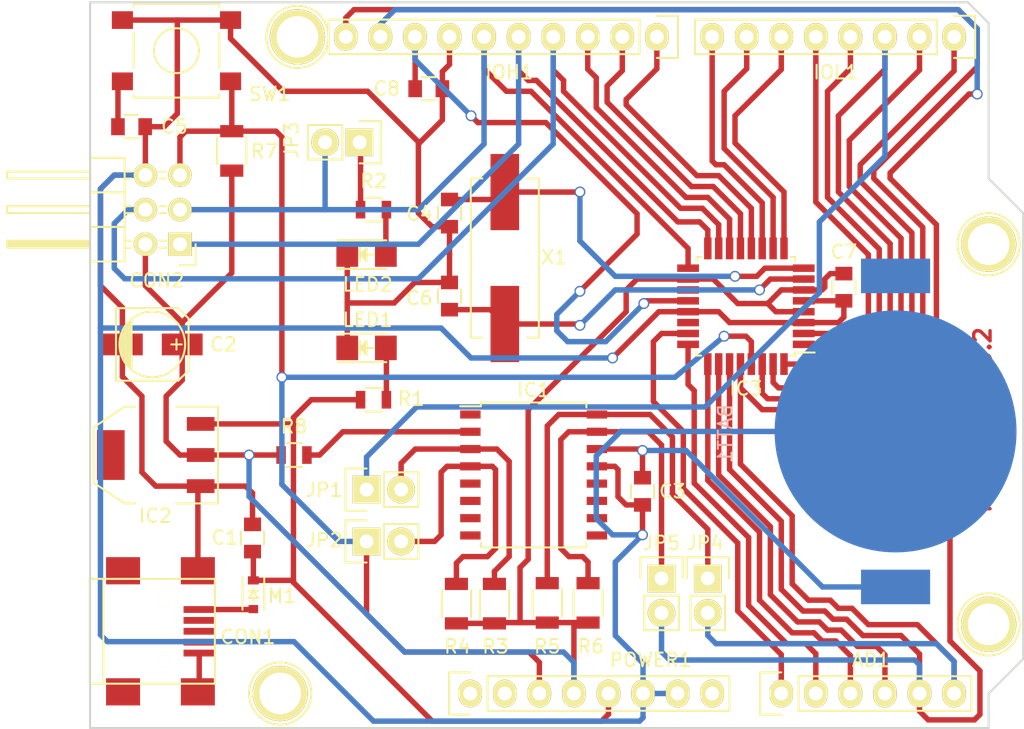
<source format=kicad_pcb>
(kicad_pcb (version 4) (host pcbnew 4.0.2-stable)

  (general
    (links 101)
    (no_connects 6)
    (area 104.276999 71.492 180.141572 127.494)
    (thickness 1.6)
    (drawings 10)
    (tracks 502)
    (zones 0)
    (modules 40)
    (nets 59)
  )

  (page A4)
  (title_block
    (date "lun. 30 mars 2015")
  )

  (layers
    (0 F.Cu signal)
    (31 B.Cu signal)
    (32 B.Adhes user)
    (33 F.Adhes user)
    (34 B.Paste user)
    (35 F.Paste user)
    (36 B.SilkS user)
    (37 F.SilkS user)
    (38 B.Mask user)
    (39 F.Mask user)
    (40 Dwgs.User user)
    (41 Cmts.User user)
    (42 Eco1.User user)
    (43 Eco2.User user)
    (44 Edge.Cuts user)
    (45 Margin user)
    (46 B.CrtYd user)
    (47 F.CrtYd user)
    (48 B.Fab user)
    (49 F.Fab user)
  )

  (setup
    (last_trace_width 0.4)
    (trace_clearance 0.1)
    (zone_clearance 0.508)
    (zone_45_only no)
    (trace_min 0.4)
    (segment_width 0.15)
    (edge_width 0.15)
    (via_size 0.8)
    (via_drill 0.6)
    (via_min_size 0.8)
    (via_min_drill 0.6)
    (uvia_size 0.3)
    (uvia_drill 0.1)
    (uvias_allowed no)
    (uvia_min_size 0.2)
    (uvia_min_drill 0.1)
    (pcb_text_width 0.3)
    (pcb_text_size 1.5 1.5)
    (mod_edge_width 0.15)
    (mod_text_size 1 1)
    (mod_text_width 0.15)
    (pad_size 2.54 5.08)
    (pad_drill 0)
    (pad_to_mask_clearance 0)
    (aux_axis_origin 110.998 126.365)
    (grid_origin 110.998 126.365)
    (visible_elements 7FFEFFFF)
    (pcbplotparams
      (layerselection 0x01000_80000001)
      (usegerberextensions true)
      (excludeedgelayer true)
      (linewidth 0.100000)
      (plotframeref false)
      (viasonmask false)
      (mode 1)
      (useauxorigin false)
      (hpglpennumber 1)
      (hpglpenspeed 20)
      (hpglpendiameter 15)
      (hpglpenoverlay 2)
      (psnegative false)
      (psa4output false)
      (plotreference true)
      (plotvalue true)
      (plotinvisibletext false)
      (padsonsilk false)
      (subtractmaskfromsilk false)
      (outputformat 1)
      (mirror false)
      (drillshape 0)
      (scaleselection 1)
      (outputdirectory drillHPGL/))
  )

  (net 0 "")
  (net 1 +5V)
  (net 2 GND)
  (net 3 "Net-(P5-Pad1)")
  (net 4 "Net-(P6-Pad1)")
  (net 5 "Net-(P7-Pad1)")
  (net 6 "Net-(P8-Pad1)")
  (net 7 +3V3)
  (net 8 "Net-(AD1-Pad1)")
  (net 9 "Net-(AD1-Pad2)")
  (net 10 "Net-(AD1-Pad3)")
  (net 11 "Net-(AD1-Pad4)")
  (net 12 SDA)
  (net 13 SCL)
  (net 14 "Net-(BATT1-Pad1)")
  (net 15 "Net-(C4-Pad1)")
  (net 16 RST)
  (net 17 "Net-(C6-Pad1)")
  (net 18 AREF)
  (net 19 "Net-(CON1-Pad1)")
  (net 20 "Net-(CON1-Pad2)")
  (net 21 "Net-(CON1-Pad3)")
  (net 22 "Net-(CON1-Pad4)")
  (net 23 "Net-(CON2-Pad1)")
  (net 24 PB5)
  (net 25 "Net-(CON2-Pad4)")
  (net 26 "Net-(IC1-Pad1)")
  (net 27 "Net-(IC1-Pad3)")
  (net 28 "Net-(IC1-Pad4)")
  (net 29 "Net-(IC1-Pad7)")
  (net 30 "Net-(IC1-Pad8)")
  (net 31 "Net-(IC3-Pad2)")
  (net 32 INT0)
  (net 33 "Net-(IC3-Pad11)")
  (net 34 "Net-(IC3-Pad12)")
  (net 35 "Net-(IC3-Pad13)")
  (net 36 "Net-(IC3-Pad14)")
  (net 37 "Net-(JP3-Pad1)")
  (net 38 "Net-(LED1-Pad2)")
  (net 39 "Net-(LED2-Pad2)")
  (net 40 VIN)
  (net 41 "Net-(POWER1-Pad1)")
  (net 42 "Net-(POWER1-Pad2)")
  (net 43 "Net-(IC1-Pad2)")
  (net 44 "Net-(IC1-Pad5)")
  (net 45 "Net-(IC1-Pad6)")
  (net 46 "Net-(IC3-Pad1)")
  (net 47 "Net-(IC3-Pad9)")
  (net 48 "Net-(IC3-Pad10)")
  (net 49 "Net-(IC3-Pad19)")
  (net 50 "Net-(IC3-Pad22)")
  (net 51 "Net-(IC3-Pad30)")
  (net 52 "Net-(IC3-Pad31)")
  (net 53 "Net-(IC1-Pad16)")
  (net 54 "Net-(IC1-Pad15)")
  (net 55 "Net-(IC1-Pad9)")
  (net 56 "Net-(IC1-Pad10)")
  (net 57 "Net-(IC1-Pad11)")
  (net 58 "Net-(IC1-Pad12)")

  (net_class Default "This is the default net class."
    (clearance 0.1)
    (trace_width 0.4)
    (via_dia 0.8)
    (via_drill 0.6)
    (uvia_dia 0.3)
    (uvia_drill 0.1)
    (add_net +3V3)
    (add_net +5V)
    (add_net AREF)
    (add_net GND)
    (add_net INT0)
    (add_net "Net-(AD1-Pad1)")
    (add_net "Net-(AD1-Pad2)")
    (add_net "Net-(AD1-Pad3)")
    (add_net "Net-(AD1-Pad4)")
    (add_net "Net-(BATT1-Pad1)")
    (add_net "Net-(C4-Pad1)")
    (add_net "Net-(C6-Pad1)")
    (add_net "Net-(CON1-Pad1)")
    (add_net "Net-(CON1-Pad2)")
    (add_net "Net-(CON1-Pad3)")
    (add_net "Net-(CON1-Pad4)")
    (add_net "Net-(CON2-Pad1)")
    (add_net "Net-(CON2-Pad4)")
    (add_net "Net-(IC1-Pad1)")
    (add_net "Net-(IC1-Pad10)")
    (add_net "Net-(IC1-Pad11)")
    (add_net "Net-(IC1-Pad12)")
    (add_net "Net-(IC1-Pad15)")
    (add_net "Net-(IC1-Pad16)")
    (add_net "Net-(IC1-Pad2)")
    (add_net "Net-(IC1-Pad3)")
    (add_net "Net-(IC1-Pad4)")
    (add_net "Net-(IC1-Pad5)")
    (add_net "Net-(IC1-Pad6)")
    (add_net "Net-(IC1-Pad7)")
    (add_net "Net-(IC1-Pad8)")
    (add_net "Net-(IC1-Pad9)")
    (add_net "Net-(IC3-Pad1)")
    (add_net "Net-(IC3-Pad10)")
    (add_net "Net-(IC3-Pad11)")
    (add_net "Net-(IC3-Pad12)")
    (add_net "Net-(IC3-Pad13)")
    (add_net "Net-(IC3-Pad14)")
    (add_net "Net-(IC3-Pad19)")
    (add_net "Net-(IC3-Pad2)")
    (add_net "Net-(IC3-Pad22)")
    (add_net "Net-(IC3-Pad30)")
    (add_net "Net-(IC3-Pad31)")
    (add_net "Net-(IC3-Pad9)")
    (add_net "Net-(JP3-Pad1)")
    (add_net "Net-(LED1-Pad2)")
    (add_net "Net-(LED2-Pad2)")
    (add_net "Net-(P5-Pad1)")
    (add_net "Net-(P6-Pad1)")
    (add_net "Net-(P7-Pad1)")
    (add_net "Net-(P8-Pad1)")
    (add_net "Net-(POWER1-Pad1)")
    (add_net "Net-(POWER1-Pad2)")
    (add_net PB5)
    (add_net RST)
    (add_net SCL)
    (add_net SDA)
    (add_net VIN)
  )

  (module .pretty:20mmBattHolder (layer B.Cu) (tedit 584864CD) (tstamp 57BACC1E)
    (at 170.198 104.565 270)
    (path /57737865)
    (fp_text reference BATT1 (at 0.16 12.52 270) (layer B.SilkS)
      (effects (font (size 1 1) (thickness 0.15)) (justify mirror))
    )
    (fp_text value CR2032 (at 0 13.97 270) (layer B.Fab)
      (effects (font (size 1 1) (thickness 0.15)) (justify mirror))
    )
    (pad 1 smd circle (at 0 0 270) (size 17.78 17.78) (layers B.Cu B.Paste B.Mask)
      (net 2 GND))
    (pad 2 smd rect (at -11.43 0 270) (size 2.54 5.08) (layers B.Cu B.Paste B.Mask)
      (net 14 "Net-(BATT1-Pad1)"))
    (pad 3 smd rect (at 11.43 0 270) (size 2.54 5.08) (layers B.Cu B.Paste B.Mask)
      (net 14 "Net-(BATT1-Pad1)"))
  )

  (module Socket_Arduino_Uno:Socket_Strip_Arduino_1x08 (layer F.Cu) (tedit 58486282) (tstamp 5780EAD4)
    (at 174.498 75.565 180)
    (descr "Through hole socket strip")
    (tags "socket strip")
    (path /5773F816)
    (fp_text reference IOL1 (at 8.7 -2.6 180) (layer F.SilkS)
      (effects (font (size 1 1) (thickness 0.15)))
    )
    (fp_text value "PORT D" (at 0 -3.1 180) (layer F.Fab)
      (effects (font (size 1 1) (thickness 0.15)))
    )
    (fp_line (start -1.75 -1.75) (end -1.75 1.75) (layer F.CrtYd) (width 0.05))
    (fp_line (start 19.55 -1.75) (end 19.55 1.75) (layer F.CrtYd) (width 0.05))
    (fp_line (start -1.75 -1.75) (end 19.55 -1.75) (layer F.CrtYd) (width 0.05))
    (fp_line (start -1.75 1.75) (end 19.55 1.75) (layer F.CrtYd) (width 0.05))
    (fp_line (start 1.27 1.27) (end 19.05 1.27) (layer F.SilkS) (width 0.15))
    (fp_line (start 19.05 1.27) (end 19.05 -1.27) (layer F.SilkS) (width 0.15))
    (fp_line (start 19.05 -1.27) (end 1.27 -1.27) (layer F.SilkS) (width 0.15))
    (fp_line (start -1.55 1.55) (end 0 1.55) (layer F.SilkS) (width 0.15))
    (fp_line (start 1.27 1.27) (end 1.27 -1.27) (layer F.SilkS) (width 0.15))
    (fp_line (start 0 -1.55) (end -1.55 -1.55) (layer F.SilkS) (width 0.15))
    (fp_line (start -1.55 -1.55) (end -1.55 1.55) (layer F.SilkS) (width 0.15))
    (pad 1 thru_hole oval (at 0 0 180) (size 1.7272 2.032) (drill 1.016) (layers *.Cu *.Mask F.SilkS)
      (net 51 "Net-(IC3-Pad30)"))
    (pad 2 thru_hole oval (at 2.54 0 180) (size 1.7272 2.032) (drill 1.016) (layers *.Cu *.Mask F.SilkS)
      (net 52 "Net-(IC3-Pad31)"))
    (pad 3 thru_hole oval (at 5.08 0 180) (size 1.7272 2.032) (drill 1.016) (layers *.Cu *.Mask F.SilkS)
      (net 32 INT0))
    (pad 4 thru_hole oval (at 7.62 0 180) (size 1.7272 2.032) (drill 1.016) (layers *.Cu *.Mask F.SilkS)
      (net 46 "Net-(IC3-Pad1)"))
    (pad 5 thru_hole oval (at 10.16 0 180) (size 1.7272 2.032) (drill 1.016) (layers *.Cu *.Mask F.SilkS)
      (net 31 "Net-(IC3-Pad2)"))
    (pad 6 thru_hole oval (at 12.7 0 180) (size 1.7272 2.032) (drill 1.016) (layers *.Cu *.Mask F.SilkS)
      (net 47 "Net-(IC3-Pad9)"))
    (pad 7 thru_hole oval (at 15.24 0 180) (size 1.7272 2.032) (drill 1.016) (layers *.Cu *.Mask F.SilkS)
      (net 48 "Net-(IC3-Pad10)"))
    (pad 8 thru_hole oval (at 17.78 0 180) (size 1.7272 2.032) (drill 1.016) (layers *.Cu *.Mask F.SilkS)
      (net 33 "Net-(IC3-Pad11)"))
    (model ${KIPRJMOD}/Socket_Arduino_Uno.3dshapes/Socket_header_Arduino_1x08.wrl
      (at (xyz 0.35 0 0))
      (scale (xyz 1 1 1))
      (rotate (xyz 0 0 180))
    )
  )

  (module Pin_Headers:Pin_Header_Straight_1x02 (layer F.Cu) (tedit 584862E5) (tstamp 5780EB18)
    (at 156.398 115.365)
    (descr "Through hole pin header")
    (tags "pin header")
    (path /577C365E)
    (fp_text reference JP4 (at -0.2 -2.6) (layer F.SilkS)
      (effects (font (size 1 1) (thickness 0.15)))
    )
    (fp_text value 1 (at 0 -3.1) (layer F.Fab)
      (effects (font (size 1 1) (thickness 0.15)))
    )
    (fp_line (start 1.27 1.27) (end 1.27 3.81) (layer F.SilkS) (width 0.15))
    (fp_line (start 1.55 -1.55) (end 1.55 0) (layer F.SilkS) (width 0.15))
    (fp_line (start -1.75 -1.75) (end -1.75 4.3) (layer F.CrtYd) (width 0.05))
    (fp_line (start 1.75 -1.75) (end 1.75 4.3) (layer F.CrtYd) (width 0.05))
    (fp_line (start -1.75 -1.75) (end 1.75 -1.75) (layer F.CrtYd) (width 0.05))
    (fp_line (start -1.75 4.3) (end 1.75 4.3) (layer F.CrtYd) (width 0.05))
    (fp_line (start 1.27 1.27) (end -1.27 1.27) (layer F.SilkS) (width 0.15))
    (fp_line (start -1.55 0) (end -1.55 -1.55) (layer F.SilkS) (width 0.15))
    (fp_line (start -1.55 -1.55) (end 1.55 -1.55) (layer F.SilkS) (width 0.15))
    (fp_line (start -1.27 1.27) (end -1.27 3.81) (layer F.SilkS) (width 0.15))
    (fp_line (start -1.27 3.81) (end 1.27 3.81) (layer F.SilkS) (width 0.15))
    (pad 1 thru_hole rect (at 0 0) (size 2.032 2.032) (drill 1.016) (layers *.Cu *.Mask F.SilkS)
      (net 53 "Net-(IC1-Pad16)"))
    (pad 2 thru_hole oval (at 0 2.54) (size 2.032 2.032) (drill 1.016) (layers *.Cu *.Mask F.SilkS)
      (net 13 SCL))
    (model Pin_Headers.3dshapes/Pin_Header_Straight_1x02.wrl
      (at (xyz 0 -0.05 0))
      (scale (xyz 1 1 1))
      (rotate (xyz 0 0 90))
    )
  )

  (module Socket_Arduino_Uno:Arduino_1pin (layer F.Cu) (tedit 5524FC39) (tstamp 5524FC3F)
    (at 124.968 123.825)
    (descr "module 1 pin (ou trou mecanique de percage)")
    (tags DEV)
    (path /551BBC06)
    (fp_text reference P5 (at 0 -3.048) (layer F.SilkS) hide
      (effects (font (size 1 1) (thickness 0.15)))
    )
    (fp_text value CONN_1 (at 0 2.794) (layer F.Fab) hide
      (effects (font (size 1 1) (thickness 0.15)))
    )
    (fp_circle (center 0 0) (end 0 -2.286) (layer F.SilkS) (width 0.15))
    (pad 1 thru_hole circle (at 0 0) (size 4.064 4.064) (drill 3.048) (layers *.Cu *.Mask F.SilkS)
      (net 3 "Net-(P5-Pad1)"))
  )

  (module Socket_Arduino_Uno:Arduino_1pin (layer F.Cu) (tedit 5524FC4A) (tstamp 5524FC44)
    (at 177.038 118.745)
    (descr "module 1 pin (ou trou mecanique de percage)")
    (tags DEV)
    (path /551BBD10)
    (fp_text reference P6 (at 0 -3.048) (layer F.SilkS) hide
      (effects (font (size 1 1) (thickness 0.15)))
    )
    (fp_text value CONN_1 (at 0 2.794) (layer F.Fab) hide
      (effects (font (size 1 1) (thickness 0.15)))
    )
    (fp_circle (center 0 0) (end 0 -2.286) (layer F.SilkS) (width 0.15))
    (pad 1 thru_hole circle (at 0 0) (size 4.064 4.064) (drill 3.048) (layers *.Cu *.Mask F.SilkS)
      (net 4 "Net-(P6-Pad1)"))
  )

  (module Socket_Arduino_Uno:Arduino_1pin (layer F.Cu) (tedit 5524FC2F) (tstamp 5524FC49)
    (at 126.238 75.565)
    (descr "module 1 pin (ou trou mecanique de percage)")
    (tags DEV)
    (path /551BBD30)
    (fp_text reference P7 (at 0 -3.048) (layer F.SilkS) hide
      (effects (font (size 1 1) (thickness 0.15)))
    )
    (fp_text value CONN_1 (at 0 2.794) (layer F.Fab) hide
      (effects (font (size 1 1) (thickness 0.15)))
    )
    (fp_circle (center 0 0) (end 0 -2.286) (layer F.SilkS) (width 0.15))
    (pad 1 thru_hole circle (at 0 0) (size 4.064 4.064) (drill 3.048) (layers *.Cu *.Mask F.SilkS)
      (net 5 "Net-(P7-Pad1)"))
  )

  (module Socket_Arduino_Uno:Arduino_1pin (layer F.Cu) (tedit 5524FC41) (tstamp 5524FC4E)
    (at 177.038 90.805)
    (descr "module 1 pin (ou trou mecanique de percage)")
    (tags DEV)
    (path /551BBD52)
    (fp_text reference P8 (at 0 -3.048) (layer F.SilkS) hide
      (effects (font (size 1 1) (thickness 0.15)))
    )
    (fp_text value CONN_1 (at 0 2.794) (layer F.Fab) hide
      (effects (font (size 1 1) (thickness 0.15)))
    )
    (fp_circle (center 0 0) (end 0 -2.286) (layer F.SilkS) (width 0.15))
    (pad 1 thru_hole circle (at 0 0) (size 4.064 4.064) (drill 3.048) (layers *.Cu *.Mask F.SilkS)
      (net 6 "Net-(P8-Pad1)"))
  )

  (module Socket_Arduino_Uno:Socket_Strip_Arduino_1x06 (layer F.Cu) (tedit 58486291) (tstamp 5780E971)
    (at 161.798 123.825)
    (descr "Through hole socket strip")
    (tags "socket strip")
    (path /5773FE3F)
    (fp_text reference AD1 (at 6.6 -2.46) (layer F.SilkS)
      (effects (font (size 1 1) (thickness 0.15)))
    )
    (fp_text value "PORT C" (at 0 -3.1) (layer F.Fab)
      (effects (font (size 1 1) (thickness 0.15)))
    )
    (fp_line (start -1.75 -1.75) (end -1.75 1.75) (layer F.CrtYd) (width 0.05))
    (fp_line (start 14.45 -1.75) (end 14.45 1.75) (layer F.CrtYd) (width 0.05))
    (fp_line (start -1.75 -1.75) (end 14.45 -1.75) (layer F.CrtYd) (width 0.05))
    (fp_line (start -1.75 1.75) (end 14.45 1.75) (layer F.CrtYd) (width 0.05))
    (fp_line (start 1.27 1.27) (end 13.97 1.27) (layer F.SilkS) (width 0.15))
    (fp_line (start 13.97 1.27) (end 13.97 -1.27) (layer F.SilkS) (width 0.15))
    (fp_line (start 13.97 -1.27) (end 1.27 -1.27) (layer F.SilkS) (width 0.15))
    (fp_line (start -1.55 1.55) (end 0 1.55) (layer F.SilkS) (width 0.15))
    (fp_line (start 1.27 1.27) (end 1.27 -1.27) (layer F.SilkS) (width 0.15))
    (fp_line (start 0 -1.55) (end -1.55 -1.55) (layer F.SilkS) (width 0.15))
    (fp_line (start -1.55 -1.55) (end -1.55 1.55) (layer F.SilkS) (width 0.15))
    (pad 1 thru_hole oval (at 0 0) (size 1.7272 2.032) (drill 1.016) (layers *.Cu *.Mask F.SilkS)
      (net 8 "Net-(AD1-Pad1)"))
    (pad 2 thru_hole oval (at 2.54 0) (size 1.7272 2.032) (drill 1.016) (layers *.Cu *.Mask F.SilkS)
      (net 9 "Net-(AD1-Pad2)"))
    (pad 3 thru_hole oval (at 5.08 0) (size 1.7272 2.032) (drill 1.016) (layers *.Cu *.Mask F.SilkS)
      (net 10 "Net-(AD1-Pad3)"))
    (pad 4 thru_hole oval (at 7.62 0) (size 1.7272 2.032) (drill 1.016) (layers *.Cu *.Mask F.SilkS)
      (net 11 "Net-(AD1-Pad4)"))
    (pad 5 thru_hole oval (at 10.16 0) (size 1.7272 2.032) (drill 1.016) (layers *.Cu *.Mask F.SilkS)
      (net 12 SDA))
    (pad 6 thru_hole oval (at 12.7 0) (size 1.7272 2.032) (drill 1.016) (layers *.Cu *.Mask F.SilkS)
      (net 13 SCL))
    (model ${KIPRJMOD}/Socket_Arduino_Uno.3dshapes/Socket_header_Arduino_1x06.wrl
      (at (xyz 0.25 0 0))
      (scale (xyz 1 1 1))
      (rotate (xyz 0 0 180))
    )
  )

  (module Capacitors_SMD:C_0805 (layer F.Cu) (tedit 58486759) (tstamp 5780E99D)
    (at 122.936 112.395 90)
    (descr "Capacitor SMD 0805, reflow soldering, AVX (see smccp.pdf)")
    (tags "capacitor 0805")
    (path /57731635)
    (attr smd)
    (fp_text reference C1 (at 0.03 -2.038 180) (layer F.SilkS)
      (effects (font (size 1 1) (thickness 0.15)))
    )
    (fp_text value 100nF (at 0 2.1 90) (layer F.Fab)
      (effects (font (size 1 1) (thickness 0.15)))
    )
    (fp_line (start -1.8 -1) (end 1.8 -1) (layer F.CrtYd) (width 0.05))
    (fp_line (start -1.8 1) (end 1.8 1) (layer F.CrtYd) (width 0.05))
    (fp_line (start -1.8 -1) (end -1.8 1) (layer F.CrtYd) (width 0.05))
    (fp_line (start 1.8 -1) (end 1.8 1) (layer F.CrtYd) (width 0.05))
    (fp_line (start 0.5 -0.85) (end -0.5 -0.85) (layer F.SilkS) (width 0.15))
    (fp_line (start -0.5 0.85) (end 0.5 0.85) (layer F.SilkS) (width 0.15))
    (pad 1 smd rect (at -1 0 90) (size 1 1.25) (layers F.Cu F.Paste F.Mask)
      (net 1 +5V))
    (pad 2 smd rect (at 1 0 90) (size 1 1.25) (layers F.Cu F.Paste F.Mask)
      (net 2 GND))
    (model Capacitors_SMD.3dshapes/C_0805.wrl
      (at (xyz 0 0 0))
      (scale (xyz 1 1 1))
      (rotate (xyz 0 0 0))
    )
  )

  (module Capacitors_SMD:c_elec_5x5.8 (layer F.Cu) (tedit 58486327) (tstamp 5780E9B7)
    (at 115.57 98.171)
    (descr "SMT capacitor, aluminium electrolytic, 5x5.8")
    (path /57731696)
    (attr smd)
    (fp_text reference C2 (at 5.228 -0.006) (layer F.SilkS)
      (effects (font (size 1 1) (thickness 0.15)))
    )
    (fp_text value 10uF (at 0 3.81) (layer F.Fab)
      (effects (font (size 1 1) (thickness 0.15)))
    )
    (fp_line (start -3.95 -3) (end 3.95 -3) (layer F.CrtYd) (width 0.05))
    (fp_line (start 3.95 -3) (end 3.95 3) (layer F.CrtYd) (width 0.05))
    (fp_line (start 3.95 3) (end -3.95 3) (layer F.CrtYd) (width 0.05))
    (fp_line (start -3.95 3) (end -3.95 -3) (layer F.CrtYd) (width 0.05))
    (fp_line (start -2.286 -0.635) (end -2.286 0.762) (layer F.SilkS) (width 0.15))
    (fp_line (start -2.159 -0.889) (end -2.159 0.889) (layer F.SilkS) (width 0.15))
    (fp_line (start -2.032 -1.27) (end -2.032 1.27) (layer F.SilkS) (width 0.15))
    (fp_line (start -1.905 1.397) (end -1.905 -1.397) (layer F.SilkS) (width 0.15))
    (fp_line (start -1.778 -1.524) (end -1.778 1.524) (layer F.SilkS) (width 0.15))
    (fp_line (start -1.651 1.651) (end -1.651 -1.651) (layer F.SilkS) (width 0.15))
    (fp_line (start -1.524 -1.778) (end -1.524 1.778) (layer F.SilkS) (width 0.15))
    (fp_line (start -2.667 -2.667) (end 1.905 -2.667) (layer F.SilkS) (width 0.15))
    (fp_line (start 1.905 -2.667) (end 2.667 -1.905) (layer F.SilkS) (width 0.15))
    (fp_line (start 2.667 -1.905) (end 2.667 1.905) (layer F.SilkS) (width 0.15))
    (fp_line (start 2.667 1.905) (end 1.905 2.667) (layer F.SilkS) (width 0.15))
    (fp_line (start 1.905 2.667) (end -2.667 2.667) (layer F.SilkS) (width 0.15))
    (fp_line (start -2.667 2.667) (end -2.667 -2.667) (layer F.SilkS) (width 0.15))
    (fp_line (start 2.159 0) (end 1.397 0) (layer F.SilkS) (width 0.15))
    (fp_line (start 1.778 -0.381) (end 1.778 0.381) (layer F.SilkS) (width 0.15))
    (fp_circle (center 0 0) (end -2.413 0) (layer F.SilkS) (width 0.15))
    (pad 1 smd rect (at 2.19964 0) (size 2.99974 1.6002) (layers F.Cu F.Paste F.Mask)
      (net 7 +3V3))
    (pad 2 smd rect (at -2.19964 0) (size 2.99974 1.6002) (layers F.Cu F.Paste F.Mask)
      (net 2 GND))
    (model Capacitors_SMD.3dshapes/c_elec_5x5.8.wrl
      (at (xyz 0 0 0))
      (scale (xyz 1 1 1))
      (rotate (xyz 0 0 0))
    )
  )

  (module Capacitors_SMD:C_0805 (layer F.Cu) (tedit 584862E8) (tstamp 5780E9C3)
    (at 151.598 108.965 270)
    (descr "Capacitor SMD 0805, reflow soldering, AVX (see smccp.pdf)")
    (tags "capacitor 0805")
    (path /5773C7BA)
    (attr smd)
    (fp_text reference C3 (at 0 -2.2 360) (layer F.SilkS)
      (effects (font (size 1 1) (thickness 0.15)))
    )
    (fp_text value 100nF (at 0 2.1 270) (layer F.Fab)
      (effects (font (size 1 1) (thickness 0.15)))
    )
    (fp_line (start -1.8 -1) (end 1.8 -1) (layer F.CrtYd) (width 0.05))
    (fp_line (start -1.8 1) (end 1.8 1) (layer F.CrtYd) (width 0.05))
    (fp_line (start -1.8 -1) (end -1.8 1) (layer F.CrtYd) (width 0.05))
    (fp_line (start 1.8 -1) (end 1.8 1) (layer F.CrtYd) (width 0.05))
    (fp_line (start 0.5 -0.85) (end -0.5 -0.85) (layer F.SilkS) (width 0.15))
    (fp_line (start -0.5 0.85) (end 0.5 0.85) (layer F.SilkS) (width 0.15))
    (pad 1 smd rect (at -1 0 270) (size 1 1.25) (layers F.Cu F.Paste F.Mask)
      (net 14 "Net-(BATT1-Pad1)"))
    (pad 2 smd rect (at 1 0 270) (size 1 1.25) (layers F.Cu F.Paste F.Mask)
      (net 2 GND))
    (model Capacitors_SMD.3dshapes/C_0805.wrl
      (at (xyz 0 0 0))
      (scale (xyz 1 1 1))
      (rotate (xyz 0 0 0))
    )
  )

  (module Capacitors_SMD:C_0805 (layer F.Cu) (tedit 58486305) (tstamp 5780E9CF)
    (at 137.414 88.519 270)
    (descr "Capacitor SMD 0805, reflow soldering, AVX (see smccp.pdf)")
    (tags "capacitor 0805")
    (path /5768FE60)
    (attr smd)
    (fp_text reference C4 (at 0.046 2.216 360) (layer F.SilkS)
      (effects (font (size 1 1) (thickness 0.15)))
    )
    (fp_text value 27p (at 0 2.1 270) (layer F.Fab)
      (effects (font (size 1 1) (thickness 0.15)))
    )
    (fp_line (start -1.8 -1) (end 1.8 -1) (layer F.CrtYd) (width 0.05))
    (fp_line (start -1.8 1) (end 1.8 1) (layer F.CrtYd) (width 0.05))
    (fp_line (start -1.8 -1) (end -1.8 1) (layer F.CrtYd) (width 0.05))
    (fp_line (start 1.8 -1) (end 1.8 1) (layer F.CrtYd) (width 0.05))
    (fp_line (start 0.5 -0.85) (end -0.5 -0.85) (layer F.SilkS) (width 0.15))
    (fp_line (start -0.5 0.85) (end 0.5 0.85) (layer F.SilkS) (width 0.15))
    (pad 1 smd rect (at -1 0 270) (size 1 1.25) (layers F.Cu F.Paste F.Mask)
      (net 15 "Net-(C4-Pad1)"))
    (pad 2 smd rect (at 1 0 270) (size 1 1.25) (layers F.Cu F.Paste F.Mask)
      (net 2 GND))
    (model Capacitors_SMD.3dshapes/C_0805.wrl
      (at (xyz 0 0 0))
      (scale (xyz 1 1 1))
      (rotate (xyz 0 0 0))
    )
  )

  (module Capacitors_SMD:C_0805 (layer F.Cu) (tedit 58486333) (tstamp 5780E9DB)
    (at 114.046 82.169)
    (descr "Capacitor SMD 0805, reflow soldering, AVX (see smccp.pdf)")
    (tags "capacitor 0805")
    (path /576932AC)
    (attr smd)
    (fp_text reference C5 (at 3.152 -0.004) (layer F.SilkS)
      (effects (font (size 1 1) (thickness 0.15)))
    )
    (fp_text value 100nF (at 0 2.1) (layer F.Fab)
      (effects (font (size 1 1) (thickness 0.15)))
    )
    (fp_line (start -1.8 -1) (end 1.8 -1) (layer F.CrtYd) (width 0.05))
    (fp_line (start -1.8 1) (end 1.8 1) (layer F.CrtYd) (width 0.05))
    (fp_line (start -1.8 -1) (end -1.8 1) (layer F.CrtYd) (width 0.05))
    (fp_line (start 1.8 -1) (end 1.8 1) (layer F.CrtYd) (width 0.05))
    (fp_line (start 0.5 -0.85) (end -0.5 -0.85) (layer F.SilkS) (width 0.15))
    (fp_line (start -0.5 0.85) (end 0.5 0.85) (layer F.SilkS) (width 0.15))
    (pad 1 smd rect (at -1 0) (size 1 1.25) (layers F.Cu F.Paste F.Mask)
      (net 16 RST))
    (pad 2 smd rect (at 1 0) (size 1 1.25) (layers F.Cu F.Paste F.Mask)
      (net 2 GND))
    (model Capacitors_SMD.3dshapes/C_0805.wrl
      (at (xyz 0 0 0))
      (scale (xyz 1 1 1))
      (rotate (xyz 0 0 0))
    )
  )

  (module Capacitors_SMD:C_0805 (layer F.Cu) (tedit 58486303) (tstamp 5780E9E7)
    (at 137.414 94.615 90)
    (descr "Capacitor SMD 0805, reflow soldering, AVX (see smccp.pdf)")
    (tags "capacitor 0805")
    (path /5768FFF8)
    (attr smd)
    (fp_text reference C6 (at -0.15 -2.216 180) (layer F.SilkS)
      (effects (font (size 1 1) (thickness 0.15)))
    )
    (fp_text value 27p (at 0 2.1 90) (layer F.Fab)
      (effects (font (size 1 1) (thickness 0.15)))
    )
    (fp_line (start -1.8 -1) (end 1.8 -1) (layer F.CrtYd) (width 0.05))
    (fp_line (start -1.8 1) (end 1.8 1) (layer F.CrtYd) (width 0.05))
    (fp_line (start -1.8 -1) (end -1.8 1) (layer F.CrtYd) (width 0.05))
    (fp_line (start 1.8 -1) (end 1.8 1) (layer F.CrtYd) (width 0.05))
    (fp_line (start 0.5 -0.85) (end -0.5 -0.85) (layer F.SilkS) (width 0.15))
    (fp_line (start -0.5 0.85) (end 0.5 0.85) (layer F.SilkS) (width 0.15))
    (pad 1 smd rect (at -1 0 90) (size 1 1.25) (layers F.Cu F.Paste F.Mask)
      (net 17 "Net-(C6-Pad1)"))
    (pad 2 smd rect (at 1 0 90) (size 1 1.25) (layers F.Cu F.Paste F.Mask)
      (net 2 GND))
    (model Capacitors_SMD.3dshapes/C_0805.wrl
      (at (xyz 0 0 0))
      (scale (xyz 1 1 1))
      (rotate (xyz 0 0 0))
    )
  )

  (module Capacitors_SMD:C_0805 (layer F.Cu) (tedit 584862F4) (tstamp 5780E9F3)
    (at 166.398 93.965 270)
    (descr "Capacitor SMD 0805, reflow soldering, AVX (see smccp.pdf)")
    (tags "capacitor 0805")
    (path /577D15E2)
    (attr smd)
    (fp_text reference C7 (at -2.6 0 360) (layer F.SilkS)
      (effects (font (size 1 1) (thickness 0.15)))
    )
    (fp_text value 100nF (at 0 2.1 270) (layer F.Fab)
      (effects (font (size 1 1) (thickness 0.15)))
    )
    (fp_line (start -1.8 -1) (end 1.8 -1) (layer F.CrtYd) (width 0.05))
    (fp_line (start -1.8 1) (end 1.8 1) (layer F.CrtYd) (width 0.05))
    (fp_line (start -1.8 -1) (end -1.8 1) (layer F.CrtYd) (width 0.05))
    (fp_line (start 1.8 -1) (end 1.8 1) (layer F.CrtYd) (width 0.05))
    (fp_line (start 0.5 -0.85) (end -0.5 -0.85) (layer F.SilkS) (width 0.15))
    (fp_line (start -0.5 0.85) (end 0.5 0.85) (layer F.SilkS) (width 0.15))
    (pad 1 smd rect (at -1 0 270) (size 1 1.25) (layers F.Cu F.Paste F.Mask)
      (net 7 +3V3))
    (pad 2 smd rect (at 1 0 270) (size 1 1.25) (layers F.Cu F.Paste F.Mask)
      (net 2 GND))
    (model Capacitors_SMD.3dshapes/C_0805.wrl
      (at (xyz 0 0 0))
      (scale (xyz 1 1 1))
      (rotate (xyz 0 0 0))
    )
  )

  (module Capacitors_SMD:C_0805 (layer F.Cu) (tedit 58486278) (tstamp 5780E9FF)
    (at 135.89 79.375)
    (descr "Capacitor SMD 0805, reflow soldering, AVX (see smccp.pdf)")
    (tags "capacitor 0805")
    (path /5776EB90)
    (attr smd)
    (fp_text reference C8 (at -3.092 -0.01) (layer F.SilkS)
      (effects (font (size 1 1) (thickness 0.15)))
    )
    (fp_text value 100nF (at 0 2.1) (layer F.Fab)
      (effects (font (size 1 1) (thickness 0.15)))
    )
    (fp_line (start -1.8 -1) (end 1.8 -1) (layer F.CrtYd) (width 0.05))
    (fp_line (start -1.8 1) (end 1.8 1) (layer F.CrtYd) (width 0.05))
    (fp_line (start -1.8 -1) (end -1.8 1) (layer F.CrtYd) (width 0.05))
    (fp_line (start 1.8 -1) (end 1.8 1) (layer F.CrtYd) (width 0.05))
    (fp_line (start 0.5 -0.85) (end -0.5 -0.85) (layer F.SilkS) (width 0.15))
    (fp_line (start -0.5 0.85) (end 0.5 0.85) (layer F.SilkS) (width 0.15))
    (pad 1 smd rect (at -1 0) (size 1 1.25) (layers F.Cu F.Paste F.Mask)
      (net 18 AREF))
    (pad 2 smd rect (at 1 0) (size 1 1.25) (layers F.Cu F.Paste F.Mask)
      (net 2 GND))
    (model Capacitors_SMD.3dshapes/C_0805.wrl
      (at (xyz 0 0 0))
      (scale (xyz 1 1 1))
      (rotate (xyz 0 0 0))
    )
  )

  (module TO_SOT_Packages_SMD:SOT-223 (layer F.Cu) (tedit 58486552) (tstamp 5780EA73)
    (at 115.824 106.299 90)
    (descr "module CMS SOT223 4 pins")
    (tags "CMS SOT")
    (path /57730C05)
    (attr smd)
    (fp_text reference IC2 (at -4.466 -0.026 180) (layer F.SilkS)
      (effects (font (size 1 1) (thickness 0.15)))
    )
    (fp_text value LD1117 (at 0 0.762 90) (layer F.Fab)
      (effects (font (size 1 1) (thickness 0.15)))
    )
    (fp_line (start -3.556 1.524) (end -3.556 4.572) (layer F.SilkS) (width 0.15))
    (fp_line (start -3.556 4.572) (end 3.556 4.572) (layer F.SilkS) (width 0.15))
    (fp_line (start 3.556 4.572) (end 3.556 1.524) (layer F.SilkS) (width 0.15))
    (fp_line (start -3.556 -1.524) (end -3.556 -2.286) (layer F.SilkS) (width 0.15))
    (fp_line (start -3.556 -2.286) (end -2.032 -4.572) (layer F.SilkS) (width 0.15))
    (fp_line (start -2.032 -4.572) (end 2.032 -4.572) (layer F.SilkS) (width 0.15))
    (fp_line (start 2.032 -4.572) (end 3.556 -2.286) (layer F.SilkS) (width 0.15))
    (fp_line (start 3.556 -2.286) (end 3.556 -1.524) (layer F.SilkS) (width 0.15))
    (pad 4 smd rect (at 0 -3.302 90) (size 3.6576 2.032) (layers F.Cu F.Paste F.Mask))
    (pad 2 smd rect (at 0 3.302 90) (size 1.016 2.032) (layers F.Cu F.Paste F.Mask)
      (net 7 +3V3))
    (pad 3 smd rect (at 2.286 3.302 90) (size 1.016 2.032) (layers F.Cu F.Paste F.Mask)
      (net 1 +5V))
    (pad 1 smd rect (at -2.286 3.302 90) (size 1.016 2.032) (layers F.Cu F.Paste F.Mask)
      (net 2 GND))
    (model TO_SOT_Packages_SMD.3dshapes/SOT-223.wrl
      (at (xyz 0 0 0))
      (scale (xyz 0.4 0.4 0.4))
      (rotate (xyz 0 0 0))
    )
  )

  (module Socket_Arduino_Uno:Socket_Strip_Arduino_1x10 (layer F.Cu) (tedit 5848627E) (tstamp 5780EABD)
    (at 152.654 75.565 180)
    (descr "Through hole socket strip")
    (tags "socket strip")
    (path /577EC472)
    (fp_text reference IOH1 (at 10.856 -2.6 180) (layer F.SilkS)
      (effects (font (size 1 1) (thickness 0.15)))
    )
    (fp_text value CONN_01X10 (at 10.922 -3.302 180) (layer F.Fab)
      (effects (font (size 1 1) (thickness 0.15)))
    )
    (fp_line (start -1.75 -1.75) (end -1.75 1.75) (layer F.CrtYd) (width 0.05))
    (fp_line (start 24.65 -1.75) (end 24.65 1.75) (layer F.CrtYd) (width 0.05))
    (fp_line (start -1.75 -1.75) (end 24.65 -1.75) (layer F.CrtYd) (width 0.05))
    (fp_line (start -1.75 1.75) (end 24.65 1.75) (layer F.CrtYd) (width 0.05))
    (fp_line (start 1.27 1.27) (end 24.13 1.27) (layer F.SilkS) (width 0.15))
    (fp_line (start 24.13 1.27) (end 24.13 -1.27) (layer F.SilkS) (width 0.15))
    (fp_line (start 24.13 -1.27) (end 1.27 -1.27) (layer F.SilkS) (width 0.15))
    (fp_line (start -1.55 1.55) (end 0 1.55) (layer F.SilkS) (width 0.15))
    (fp_line (start 1.27 1.27) (end 1.27 -1.27) (layer F.SilkS) (width 0.15))
    (fp_line (start 0 -1.55) (end -1.55 -1.55) (layer F.SilkS) (width 0.15))
    (fp_line (start -1.55 -1.55) (end -1.55 1.55) (layer F.SilkS) (width 0.15))
    (pad 1 thru_hole oval (at 0 0 180) (size 1.7272 2.032) (drill 1.016) (layers *.Cu *.Mask F.SilkS)
      (net 34 "Net-(IC3-Pad12)"))
    (pad 2 thru_hole oval (at 2.54 0 180) (size 1.7272 2.032) (drill 1.016) (layers *.Cu *.Mask F.SilkS)
      (net 35 "Net-(IC3-Pad13)"))
    (pad 3 thru_hole oval (at 5.08 0 180) (size 1.7272 2.032) (drill 1.016) (layers *.Cu *.Mask F.SilkS)
      (net 36 "Net-(IC3-Pad14)"))
    (pad 4 thru_hole oval (at 7.62 0 180) (size 1.7272 2.032) (drill 1.016) (layers *.Cu *.Mask F.SilkS)
      (net 25 "Net-(CON2-Pad4)"))
    (pad 5 thru_hole oval (at 10.16 0 180) (size 1.7272 2.032) (drill 1.016) (layers *.Cu *.Mask F.SilkS)
      (net 23 "Net-(CON2-Pad1)"))
    (pad 6 thru_hole oval (at 12.7 0 180) (size 1.7272 2.032) (drill 1.016) (layers *.Cu *.Mask F.SilkS)
      (net 24 PB5))
    (pad 7 thru_hole oval (at 15.24 0 180) (size 1.7272 2.032) (drill 1.016) (layers *.Cu *.Mask F.SilkS)
      (net 2 GND))
    (pad 8 thru_hole oval (at 17.78 0 180) (size 1.7272 2.032) (drill 1.016) (layers *.Cu *.Mask F.SilkS)
      (net 18 AREF))
    (pad 9 thru_hole oval (at 20.32 0 180) (size 1.7272 2.032) (drill 1.016) (layers *.Cu *.Mask F.SilkS)
      (net 12 SDA))
    (pad 10 thru_hole oval (at 22.86 0 180) (size 1.7272 2.032) (drill 1.016) (layers *.Cu *.Mask F.SilkS)
      (net 13 SCL))
    (model ${KIPRJMOD}/Socket_Arduino_Uno.3dshapes/Socket_header_Arduino_1x10.wrl
      (at (xyz 0.45 0 0))
      (scale (xyz 1 1 1))
      (rotate (xyz 0 0 180))
    )
  )

  (module Pin_Headers:Pin_Header_Straight_1x02 (layer F.Cu) (tedit 58486749) (tstamp 5780EAE5)
    (at 131.318 108.839 90)
    (descr "Through hole pin header")
    (tags "pin header")
    (path /577C3969)
    (fp_text reference JP1 (at -0.026 -3.12 180) (layer F.SilkS)
      (effects (font (size 1 1) (thickness 0.15)))
    )
    (fp_text value 1 (at 0 -3.1 90) (layer F.Fab)
      (effects (font (size 1 1) (thickness 0.15)))
    )
    (fp_line (start 1.27 1.27) (end 1.27 3.81) (layer F.SilkS) (width 0.15))
    (fp_line (start 1.55 -1.55) (end 1.55 0) (layer F.SilkS) (width 0.15))
    (fp_line (start -1.75 -1.75) (end -1.75 4.3) (layer F.CrtYd) (width 0.05))
    (fp_line (start 1.75 -1.75) (end 1.75 4.3) (layer F.CrtYd) (width 0.05))
    (fp_line (start -1.75 -1.75) (end 1.75 -1.75) (layer F.CrtYd) (width 0.05))
    (fp_line (start -1.75 4.3) (end 1.75 4.3) (layer F.CrtYd) (width 0.05))
    (fp_line (start 1.27 1.27) (end -1.27 1.27) (layer F.SilkS) (width 0.15))
    (fp_line (start -1.55 0) (end -1.55 -1.55) (layer F.SilkS) (width 0.15))
    (fp_line (start -1.55 -1.55) (end 1.55 -1.55) (layer F.SilkS) (width 0.15))
    (fp_line (start -1.27 1.27) (end -1.27 3.81) (layer F.SilkS) (width 0.15))
    (fp_line (start -1.27 3.81) (end 1.27 3.81) (layer F.SilkS) (width 0.15))
    (pad 1 thru_hole rect (at 0 0 90) (size 2.032 2.032) (drill 1.016) (layers *.Cu *.Mask F.SilkS)
      (net 32 INT0))
    (pad 2 thru_hole oval (at 0 2.54 90) (size 2.032 2.032) (drill 1.016) (layers *.Cu *.Mask F.SilkS)
      (net 27 "Net-(IC1-Pad3)"))
    (model Pin_Headers.3dshapes/Pin_Header_Straight_1x02.wrl
      (at (xyz 0 -0.05 0))
      (scale (xyz 1 1 1))
      (rotate (xyz 0 0 90))
    )
  )

  (module Pin_Headers:Pin_Header_Straight_1x02 (layer F.Cu) (tedit 58486751) (tstamp 5780EAF6)
    (at 131.318 112.649 90)
    (descr "Through hole pin header")
    (tags "pin header")
    (path /577C3A06)
    (fp_text reference JP2 (at 0.084 -3.12 180) (layer F.SilkS)
      (effects (font (size 1 1) (thickness 0.15)))
    )
    (fp_text value 1 (at 0 -3.1 90) (layer F.Fab)
      (effects (font (size 1 1) (thickness 0.15)))
    )
    (fp_line (start 1.27 1.27) (end 1.27 3.81) (layer F.SilkS) (width 0.15))
    (fp_line (start 1.55 -1.55) (end 1.55 0) (layer F.SilkS) (width 0.15))
    (fp_line (start -1.75 -1.75) (end -1.75 4.3) (layer F.CrtYd) (width 0.05))
    (fp_line (start 1.75 -1.75) (end 1.75 4.3) (layer F.CrtYd) (width 0.05))
    (fp_line (start -1.75 -1.75) (end 1.75 -1.75) (layer F.CrtYd) (width 0.05))
    (fp_line (start -1.75 4.3) (end 1.75 4.3) (layer F.CrtYd) (width 0.05))
    (fp_line (start 1.27 1.27) (end -1.27 1.27) (layer F.SilkS) (width 0.15))
    (fp_line (start -1.55 0) (end -1.55 -1.55) (layer F.SilkS) (width 0.15))
    (fp_line (start -1.55 -1.55) (end 1.55 -1.55) (layer F.SilkS) (width 0.15))
    (fp_line (start -1.27 1.27) (end -1.27 3.81) (layer F.SilkS) (width 0.15))
    (fp_line (start -1.27 3.81) (end 1.27 3.81) (layer F.SilkS) (width 0.15))
    (pad 1 thru_hole rect (at 0 0 90) (size 2.032 2.032) (drill 1.016) (layers *.Cu *.Mask F.SilkS)
      (net 16 RST))
    (pad 2 thru_hole oval (at 0 2.54 90) (size 2.032 2.032) (drill 1.016) (layers *.Cu *.Mask F.SilkS)
      (net 28 "Net-(IC1-Pad4)"))
    (model Pin_Headers.3dshapes/Pin_Header_Straight_1x02.wrl
      (at (xyz 0 -0.05 0))
      (scale (xyz 1 1 1))
      (rotate (xyz 0 0 90))
    )
  )

  (module Pin_Headers:Pin_Header_Straight_1x02 (layer F.Cu) (tedit 58486270) (tstamp 5780EB07)
    (at 130.81 83.312 270)
    (descr "Through hole pin header")
    (tags "pin header")
    (path /577C0BFB)
    (fp_text reference JP3 (at -0.147 5.012 270) (layer F.SilkS)
      (effects (font (size 1 1) (thickness 0.15)))
    )
    (fp_text value 1 (at 0 -3.1 270) (layer F.Fab)
      (effects (font (size 1 1) (thickness 0.15)))
    )
    (fp_line (start 1.27 1.27) (end 1.27 3.81) (layer F.SilkS) (width 0.15))
    (fp_line (start 1.55 -1.55) (end 1.55 0) (layer F.SilkS) (width 0.15))
    (fp_line (start -1.75 -1.75) (end -1.75 4.3) (layer F.CrtYd) (width 0.05))
    (fp_line (start 1.75 -1.75) (end 1.75 4.3) (layer F.CrtYd) (width 0.05))
    (fp_line (start -1.75 -1.75) (end 1.75 -1.75) (layer F.CrtYd) (width 0.05))
    (fp_line (start -1.75 4.3) (end 1.75 4.3) (layer F.CrtYd) (width 0.05))
    (fp_line (start 1.27 1.27) (end -1.27 1.27) (layer F.SilkS) (width 0.15))
    (fp_line (start -1.55 0) (end -1.55 -1.55) (layer F.SilkS) (width 0.15))
    (fp_line (start -1.55 -1.55) (end 1.55 -1.55) (layer F.SilkS) (width 0.15))
    (fp_line (start -1.27 1.27) (end -1.27 3.81) (layer F.SilkS) (width 0.15))
    (fp_line (start -1.27 3.81) (end 1.27 3.81) (layer F.SilkS) (width 0.15))
    (pad 1 thru_hole rect (at 0 0 270) (size 2.032 2.032) (drill 1.016) (layers *.Cu *.Mask F.SilkS)
      (net 37 "Net-(JP3-Pad1)"))
    (pad 2 thru_hole oval (at 0 2.54 270) (size 2.032 2.032) (drill 1.016) (layers *.Cu *.Mask F.SilkS)
      (net 24 PB5))
    (model Pin_Headers.3dshapes/Pin_Header_Straight_1x02.wrl
      (at (xyz 0 -0.05 0))
      (scale (xyz 1 1 1))
      (rotate (xyz 0 0 90))
    )
  )

  (module Pin_Headers:Pin_Header_Straight_1x02 (layer F.Cu) (tedit 584862E3) (tstamp 5780EB29)
    (at 152.998 115.365)
    (descr "Through hole pin header")
    (tags "pin header")
    (path /577C36B9)
    (fp_text reference JP5 (at 0 -2.6) (layer F.SilkS)
      (effects (font (size 1 1) (thickness 0.15)))
    )
    (fp_text value 1 (at 0 -3.1) (layer F.Fab)
      (effects (font (size 1 1) (thickness 0.15)))
    )
    (fp_line (start 1.27 1.27) (end 1.27 3.81) (layer F.SilkS) (width 0.15))
    (fp_line (start 1.55 -1.55) (end 1.55 0) (layer F.SilkS) (width 0.15))
    (fp_line (start -1.75 -1.75) (end -1.75 4.3) (layer F.CrtYd) (width 0.05))
    (fp_line (start 1.75 -1.75) (end 1.75 4.3) (layer F.CrtYd) (width 0.05))
    (fp_line (start -1.75 -1.75) (end 1.75 -1.75) (layer F.CrtYd) (width 0.05))
    (fp_line (start -1.75 4.3) (end 1.75 4.3) (layer F.CrtYd) (width 0.05))
    (fp_line (start 1.27 1.27) (end -1.27 1.27) (layer F.SilkS) (width 0.15))
    (fp_line (start -1.55 0) (end -1.55 -1.55) (layer F.SilkS) (width 0.15))
    (fp_line (start -1.55 -1.55) (end 1.55 -1.55) (layer F.SilkS) (width 0.15))
    (fp_line (start -1.27 1.27) (end -1.27 3.81) (layer F.SilkS) (width 0.15))
    (fp_line (start -1.27 3.81) (end 1.27 3.81) (layer F.SilkS) (width 0.15))
    (pad 1 thru_hole rect (at 0 0) (size 2.032 2.032) (drill 1.016) (layers *.Cu *.Mask F.SilkS)
      (net 54 "Net-(IC1-Pad15)"))
    (pad 2 thru_hole oval (at 0 2.54) (size 2.032 2.032) (drill 1.016) (layers *.Cu *.Mask F.SilkS)
      (net 12 SDA))
    (model Pin_Headers.3dshapes/Pin_Header_Straight_1x02.wrl
      (at (xyz 0 -0.05 0))
      (scale (xyz 1 1 1))
      (rotate (xyz 0 0 90))
    )
  )

  (module LEDs:LED_1206 (layer F.Cu) (tedit 58486312) (tstamp 5780EB3F)
    (at 131.318 98.425)
    (descr "LED 1206 smd package")
    (tags "LED1206 SMD")
    (path /577AF2F1)
    (attr smd)
    (fp_text reference LED1 (at 0.08 -2.06) (layer F.SilkS)
      (effects (font (size 1 1) (thickness 0.15)))
    )
    (fp_text value POWER (at 0 2) (layer F.Fab)
      (effects (font (size 1 1) (thickness 0.15)))
    )
    (fp_line (start -2.15 1.05) (end 1.45 1.05) (layer F.SilkS) (width 0.15))
    (fp_line (start -2.15 -1.05) (end 1.45 -1.05) (layer F.SilkS) (width 0.15))
    (fp_line (start -0.1 -0.3) (end -0.1 0.3) (layer F.SilkS) (width 0.15))
    (fp_line (start -0.1 0.3) (end -0.4 0) (layer F.SilkS) (width 0.15))
    (fp_line (start -0.4 0) (end -0.2 -0.2) (layer F.SilkS) (width 0.15))
    (fp_line (start -0.2 -0.2) (end -0.2 0.05) (layer F.SilkS) (width 0.15))
    (fp_line (start -0.2 0.05) (end -0.25 0) (layer F.SilkS) (width 0.15))
    (fp_line (start -0.5 -0.5) (end -0.5 0.5) (layer F.SilkS) (width 0.15))
    (fp_line (start 0 0) (end 0.5 0) (layer F.SilkS) (width 0.15))
    (fp_line (start -0.5 0) (end 0 -0.5) (layer F.SilkS) (width 0.15))
    (fp_line (start 0 -0.5) (end 0 0.5) (layer F.SilkS) (width 0.15))
    (fp_line (start 0 0.5) (end -0.5 0) (layer F.SilkS) (width 0.15))
    (fp_line (start 2.5 -1.25) (end -2.5 -1.25) (layer F.CrtYd) (width 0.05))
    (fp_line (start -2.5 -1.25) (end -2.5 1.25) (layer F.CrtYd) (width 0.05))
    (fp_line (start -2.5 1.25) (end 2.5 1.25) (layer F.CrtYd) (width 0.05))
    (fp_line (start 2.5 1.25) (end 2.5 -1.25) (layer F.CrtYd) (width 0.05))
    (pad 2 smd rect (at 1.41986 0 180) (size 1.59766 1.80086) (layers F.Cu F.Paste F.Mask)
      (net 38 "Net-(LED1-Pad2)"))
    (pad 1 smd rect (at -1.41986 0 180) (size 1.59766 1.80086) (layers F.Cu F.Paste F.Mask)
      (net 2 GND))
    (model LEDs.3dshapes/LED_1206.wrl
      (at (xyz 0 0 0))
      (scale (xyz 1 1 1))
      (rotate (xyz 0 0 180))
    )
  )

  (module LEDs:LED_1206 (layer F.Cu) (tedit 58486310) (tstamp 5780EB55)
    (at 131.318 91.567)
    (descr "LED 1206 smd package")
    (tags "LED1206 SMD")
    (path /577BE330)
    (attr smd)
    (fp_text reference LED2 (at 0.08 2.198) (layer F.SilkS)
      (effects (font (size 1 1) (thickness 0.15)))
    )
    (fp_text value L (at 0 2) (layer F.Fab)
      (effects (font (size 1 1) (thickness 0.15)))
    )
    (fp_line (start -2.15 1.05) (end 1.45 1.05) (layer F.SilkS) (width 0.15))
    (fp_line (start -2.15 -1.05) (end 1.45 -1.05) (layer F.SilkS) (width 0.15))
    (fp_line (start -0.1 -0.3) (end -0.1 0.3) (layer F.SilkS) (width 0.15))
    (fp_line (start -0.1 0.3) (end -0.4 0) (layer F.SilkS) (width 0.15))
    (fp_line (start -0.4 0) (end -0.2 -0.2) (layer F.SilkS) (width 0.15))
    (fp_line (start -0.2 -0.2) (end -0.2 0.05) (layer F.SilkS) (width 0.15))
    (fp_line (start -0.2 0.05) (end -0.25 0) (layer F.SilkS) (width 0.15))
    (fp_line (start -0.5 -0.5) (end -0.5 0.5) (layer F.SilkS) (width 0.15))
    (fp_line (start 0 0) (end 0.5 0) (layer F.SilkS) (width 0.15))
    (fp_line (start -0.5 0) (end 0 -0.5) (layer F.SilkS) (width 0.15))
    (fp_line (start 0 -0.5) (end 0 0.5) (layer F.SilkS) (width 0.15))
    (fp_line (start 0 0.5) (end -0.5 0) (layer F.SilkS) (width 0.15))
    (fp_line (start 2.5 -1.25) (end -2.5 -1.25) (layer F.CrtYd) (width 0.05))
    (fp_line (start -2.5 -1.25) (end -2.5 1.25) (layer F.CrtYd) (width 0.05))
    (fp_line (start -2.5 1.25) (end 2.5 1.25) (layer F.CrtYd) (width 0.05))
    (fp_line (start 2.5 1.25) (end 2.5 -1.25) (layer F.CrtYd) (width 0.05))
    (pad 2 smd rect (at 1.41986 0 180) (size 1.59766 1.80086) (layers F.Cu F.Paste F.Mask)
      (net 39 "Net-(LED2-Pad2)"))
    (pad 1 smd rect (at -1.41986 0 180) (size 1.59766 1.80086) (layers F.Cu F.Paste F.Mask)
      (net 2 GND))
    (model LEDs.3dshapes/LED_1206.wrl
      (at (xyz 0 0 0))
      (scale (xyz 1 1 1))
      (rotate (xyz 0 0 180))
    )
  )

  (module Diodes_SMD:SOD-323 (layer F.Cu) (tedit 58486755) (tstamp 5780EB67)
    (at 122.998 116.565 270)
    (descr SOD-323)
    (tags SOD-323)
    (path /577D8E52)
    (attr smd)
    (fp_text reference M1 (at 0.1 -2.1 360) (layer F.SilkS)
      (effects (font (size 1 1) (thickness 0.15)))
    )
    (fp_text value D1 (at 0.1 1.9 270) (layer F.Fab)
      (effects (font (size 1 1) (thickness 0.15)))
    )
    (fp_line (start 0.25 0) (end 0.5 0) (layer F.SilkS) (width 0.15))
    (fp_line (start -0.25 0) (end -0.5 0) (layer F.SilkS) (width 0.15))
    (fp_line (start -0.25 0) (end 0.25 -0.35) (layer F.SilkS) (width 0.15))
    (fp_line (start 0.25 -0.35) (end 0.25 0.35) (layer F.SilkS) (width 0.15))
    (fp_line (start 0.25 0.35) (end -0.25 0) (layer F.SilkS) (width 0.15))
    (fp_line (start -0.25 -0.35) (end -0.25 0.35) (layer F.SilkS) (width 0.15))
    (fp_line (start -1.5 -0.95) (end 1.5 -0.95) (layer F.CrtYd) (width 0.05))
    (fp_line (start 1.5 -0.95) (end 1.5 0.95) (layer F.CrtYd) (width 0.05))
    (fp_line (start -1.5 0.95) (end 1.5 0.95) (layer F.CrtYd) (width 0.05))
    (fp_line (start -1.5 -0.95) (end -1.5 0.95) (layer F.CrtYd) (width 0.05))
    (fp_line (start -1.3 0.8) (end 1.1 0.8) (layer F.SilkS) (width 0.15))
    (fp_line (start -1.3 -0.8) (end 1.1 -0.8) (layer F.SilkS) (width 0.15))
    (pad 1 smd rect (at -1.055 0 270) (size 0.6 0.8) (layers F.Cu F.Paste F.Mask)
      (net 1 +5V))
    (pad 2 smd rect (at 1.055 0 270) (size 0.6 0.7) (layers F.Cu F.Paste F.Mask)
      (net 19 "Net-(CON1-Pad1)"))
    (model Diodes_SMD.3dshapes/SOD-323.wrl
      (at (xyz 0 0 0))
      (scale (xyz 1 1 1))
      (rotate (xyz 0 0 180))
    )
  )

  (module Resistors_SMD:R_0805 (layer F.Cu) (tedit 5848631A) (tstamp 5780EB88)
    (at 131.826 102.235)
    (descr "Resistor SMD 0805, reflow soldering, Vishay (see dcrcw.pdf)")
    (tags "resistor 0805")
    (path /577AF286)
    (attr smd)
    (fp_text reference R1 (at 2.772 -0.07) (layer F.SilkS)
      (effects (font (size 1 1) (thickness 0.15)))
    )
    (fp_text value 500R (at 0 2.1) (layer F.Fab)
      (effects (font (size 1 1) (thickness 0.15)))
    )
    (fp_line (start -1.6 -1) (end 1.6 -1) (layer F.CrtYd) (width 0.05))
    (fp_line (start -1.6 1) (end 1.6 1) (layer F.CrtYd) (width 0.05))
    (fp_line (start -1.6 -1) (end -1.6 1) (layer F.CrtYd) (width 0.05))
    (fp_line (start 1.6 -1) (end 1.6 1) (layer F.CrtYd) (width 0.05))
    (fp_line (start 0.6 0.875) (end -0.6 0.875) (layer F.SilkS) (width 0.15))
    (fp_line (start -0.6 -0.875) (end 0.6 -0.875) (layer F.SilkS) (width 0.15))
    (pad 1 smd rect (at -0.95 0) (size 0.7 1.3) (layers F.Cu F.Paste F.Mask)
      (net 1 +5V))
    (pad 2 smd rect (at 0.95 0) (size 0.7 1.3) (layers F.Cu F.Paste F.Mask)
      (net 38 "Net-(LED1-Pad2)"))
    (model Resistors_SMD.3dshapes/R_0805.wrl
      (at (xyz 0 0 0))
      (scale (xyz 1 1 1))
      (rotate (xyz 0 0 0))
    )
  )

  (module Resistors_SMD:R_0805 (layer F.Cu) (tedit 5415CDEB) (tstamp 5780EB94)
    (at 131.826 88.265)
    (descr "Resistor SMD 0805, reflow soldering, Vishay (see dcrcw.pdf)")
    (tags "resistor 0805")
    (path /577BEAB7)
    (attr smd)
    (fp_text reference R2 (at 0 -2.1) (layer F.SilkS)
      (effects (font (size 1 1) (thickness 0.15)))
    )
    (fp_text value 330R (at 0 2.1) (layer F.Fab)
      (effects (font (size 1 1) (thickness 0.15)))
    )
    (fp_line (start -1.6 -1) (end 1.6 -1) (layer F.CrtYd) (width 0.05))
    (fp_line (start -1.6 1) (end 1.6 1) (layer F.CrtYd) (width 0.05))
    (fp_line (start -1.6 -1) (end -1.6 1) (layer F.CrtYd) (width 0.05))
    (fp_line (start 1.6 -1) (end 1.6 1) (layer F.CrtYd) (width 0.05))
    (fp_line (start 0.6 0.875) (end -0.6 0.875) (layer F.SilkS) (width 0.15))
    (fp_line (start -0.6 -0.875) (end 0.6 -0.875) (layer F.SilkS) (width 0.15))
    (pad 1 smd rect (at -0.95 0) (size 0.7 1.3) (layers F.Cu F.Paste F.Mask)
      (net 37 "Net-(JP3-Pad1)"))
    (pad 2 smd rect (at 0.95 0) (size 0.7 1.3) (layers F.Cu F.Paste F.Mask)
      (net 39 "Net-(LED2-Pad2)"))
    (model Resistors_SMD.3dshapes/R_0805.wrl
      (at (xyz 0 0 0))
      (scale (xyz 1 1 1))
      (rotate (xyz 0 0 0))
    )
  )

  (module Resistors_SMD:R_1206 (layer F.Cu) (tedit 584862C8) (tstamp 5780EBA0)
    (at 140.716 117.221 90)
    (descr "Resistor SMD 1206, reflow soldering, Vishay (see dcrcw.pdf)")
    (tags "resistor 1206")
    (path /577AB132)
    (attr smd)
    (fp_text reference R3 (at -3.144 0.082 180) (layer F.SilkS)
      (effects (font (size 1 1) (thickness 0.15)))
    )
    (fp_text value 10K (at 0 2.3 90) (layer F.Fab)
      (effects (font (size 1 1) (thickness 0.15)))
    )
    (fp_line (start -2.2 -1.2) (end 2.2 -1.2) (layer F.CrtYd) (width 0.05))
    (fp_line (start -2.2 1.2) (end 2.2 1.2) (layer F.CrtYd) (width 0.05))
    (fp_line (start -2.2 -1.2) (end -2.2 1.2) (layer F.CrtYd) (width 0.05))
    (fp_line (start 2.2 -1.2) (end 2.2 1.2) (layer F.CrtYd) (width 0.05))
    (fp_line (start 1 1.075) (end -1 1.075) (layer F.SilkS) (width 0.15))
    (fp_line (start -1 -1.075) (end 1 -1.075) (layer F.SilkS) (width 0.15))
    (pad 1 smd rect (at -1.45 0 90) (size 0.9 1.7) (layers F.Cu F.Paste F.Mask)
      (net 7 +3V3))
    (pad 2 smd rect (at 1.45 0 90) (size 0.9 1.7) (layers F.Cu F.Paste F.Mask)
      (net 27 "Net-(IC1-Pad3)"))
    (model Resistors_SMD.3dshapes/R_1206.wrl
      (at (xyz 0 0 0))
      (scale (xyz 1 1 1))
      (rotate (xyz 0 0 0))
    )
  )

  (module Resistors_SMD:R_1206 (layer F.Cu) (tedit 584862C4) (tstamp 5780EBAC)
    (at 137.922 117.221 90)
    (descr "Resistor SMD 1206, reflow soldering, Vishay (see dcrcw.pdf)")
    (tags "resistor 1206")
    (path /577AB0B5)
    (attr smd)
    (fp_text reference R4 (at -3.144 0.076 180) (layer F.SilkS)
      (effects (font (size 1 1) (thickness 0.15)))
    )
    (fp_text value 10K (at 0 2.3 90) (layer F.Fab)
      (effects (font (size 1 1) (thickness 0.15)))
    )
    (fp_line (start -2.2 -1.2) (end 2.2 -1.2) (layer F.CrtYd) (width 0.05))
    (fp_line (start -2.2 1.2) (end 2.2 1.2) (layer F.CrtYd) (width 0.05))
    (fp_line (start -2.2 -1.2) (end -2.2 1.2) (layer F.CrtYd) (width 0.05))
    (fp_line (start 2.2 -1.2) (end 2.2 1.2) (layer F.CrtYd) (width 0.05))
    (fp_line (start 1 1.075) (end -1 1.075) (layer F.SilkS) (width 0.15))
    (fp_line (start -1 -1.075) (end 1 -1.075) (layer F.SilkS) (width 0.15))
    (pad 1 smd rect (at -1.45 0 90) (size 0.9 1.7) (layers F.Cu F.Paste F.Mask)
      (net 7 +3V3))
    (pad 2 smd rect (at 1.45 0 90) (size 0.9 1.7) (layers F.Cu F.Paste F.Mask)
      (net 28 "Net-(IC1-Pad4)"))
    (model Resistors_SMD.3dshapes/R_1206.wrl
      (at (xyz 0 0 0))
      (scale (xyz 1 1 1))
      (rotate (xyz 0 0 0))
    )
  )

  (module Resistors_SMD:R_1206 (layer F.Cu) (tedit 584862D1) (tstamp 5780EBB8)
    (at 144.598 117.165 270)
    (descr "Resistor SMD 1206, reflow soldering, Vishay (see dcrcw.pdf)")
    (tags "resistor 1206")
    (path /577387FC)
    (attr smd)
    (fp_text reference R5 (at 3.2 0 360) (layer F.SilkS)
      (effects (font (size 1 1) (thickness 0.15)))
    )
    (fp_text value 10K (at 0 0 270) (layer F.Fab)
      (effects (font (size 1 1) (thickness 0.15)))
    )
    (fp_line (start -2.2 -1.2) (end 2.2 -1.2) (layer F.CrtYd) (width 0.05))
    (fp_line (start -2.2 1.2) (end 2.2 1.2) (layer F.CrtYd) (width 0.05))
    (fp_line (start -2.2 -1.2) (end -2.2 1.2) (layer F.CrtYd) (width 0.05))
    (fp_line (start 2.2 -1.2) (end 2.2 1.2) (layer F.CrtYd) (width 0.05))
    (fp_line (start 1 1.075) (end -1 1.075) (layer F.SilkS) (width 0.15))
    (fp_line (start -1 -1.075) (end 1 -1.075) (layer F.SilkS) (width 0.15))
    (pad 1 smd rect (at -1.45 0 270) (size 0.9 1.7) (layers F.Cu F.Paste F.Mask)
      (net 53 "Net-(IC1-Pad16)"))
    (pad 2 smd rect (at 1.45 0 270) (size 0.9 1.7) (layers F.Cu F.Paste F.Mask)
      (net 7 +3V3))
    (model Resistors_SMD.3dshapes/R_1206.wrl
      (at (xyz 0 0 0))
      (scale (xyz 1 1 1))
      (rotate (xyz 0 0 0))
    )
  )

  (module Resistors_SMD:R_1206 (layer F.Cu) (tedit 584862D4) (tstamp 5780EBC4)
    (at 147.598 117.165 270)
    (descr "Resistor SMD 1206, reflow soldering, Vishay (see dcrcw.pdf)")
    (tags "resistor 1206")
    (path /57738873)
    (attr smd)
    (fp_text reference R6 (at 3.2 -0.2 360) (layer F.SilkS)
      (effects (font (size 1 1) (thickness 0.15)))
    )
    (fp_text value 10K (at 0 0 270) (layer F.Fab)
      (effects (font (size 1 1) (thickness 0.15)))
    )
    (fp_line (start -2.2 -1.2) (end 2.2 -1.2) (layer F.CrtYd) (width 0.05))
    (fp_line (start -2.2 1.2) (end 2.2 1.2) (layer F.CrtYd) (width 0.05))
    (fp_line (start -2.2 -1.2) (end -2.2 1.2) (layer F.CrtYd) (width 0.05))
    (fp_line (start 2.2 -1.2) (end 2.2 1.2) (layer F.CrtYd) (width 0.05))
    (fp_line (start 1 1.075) (end -1 1.075) (layer F.SilkS) (width 0.15))
    (fp_line (start -1 -1.075) (end 1 -1.075) (layer F.SilkS) (width 0.15))
    (pad 1 smd rect (at -1.45 0 270) (size 0.9 1.7) (layers F.Cu F.Paste F.Mask)
      (net 54 "Net-(IC1-Pad15)"))
    (pad 2 smd rect (at 1.45 0 270) (size 0.9 1.7) (layers F.Cu F.Paste F.Mask)
      (net 7 +3V3))
    (model Resistors_SMD.3dshapes/R_1206.wrl
      (at (xyz 0 0 0))
      (scale (xyz 1 1 1))
      (rotate (xyz 0 0 0))
    )
  )

  (module Resistors_SMD:R_1206 (layer F.Cu) (tedit 58486330) (tstamp 5780EBD0)
    (at 121.412 83.947 90)
    (descr "Resistor SMD 1206, reflow soldering, Vishay (see dcrcw.pdf)")
    (tags "resistor 1206")
    (path /576902D7)
    (attr smd)
    (fp_text reference R7 (at -0.018 2.386 180) (layer F.SilkS)
      (effects (font (size 1 1) (thickness 0.15)))
    )
    (fp_text value 10K (at 0 2.3 90) (layer F.Fab)
      (effects (font (size 1 1) (thickness 0.15)))
    )
    (fp_line (start -2.2 -1.2) (end 2.2 -1.2) (layer F.CrtYd) (width 0.05))
    (fp_line (start -2.2 1.2) (end 2.2 1.2) (layer F.CrtYd) (width 0.05))
    (fp_line (start -2.2 -1.2) (end -2.2 1.2) (layer F.CrtYd) (width 0.05))
    (fp_line (start 2.2 -1.2) (end 2.2 1.2) (layer F.CrtYd) (width 0.05))
    (fp_line (start 1 1.075) (end -1 1.075) (layer F.SilkS) (width 0.15))
    (fp_line (start -1 -1.075) (end 1 -1.075) (layer F.SilkS) (width 0.15))
    (pad 1 smd rect (at -1.45 0 90) (size 0.9 1.7) (layers F.Cu F.Paste F.Mask)
      (net 7 +3V3))
    (pad 2 smd rect (at 1.45 0 90) (size 0.9 1.7) (layers F.Cu F.Paste F.Mask)
      (net 16 RST))
    (model Resistors_SMD.3dshapes/R_1206.wrl
      (at (xyz 0 0 0))
      (scale (xyz 1 1 1))
      (rotate (xyz 0 0 0))
    )
  )

  (module Buttons_Switches_SMD:SW_SPST_B3S-1000 (layer F.Cu) (tedit 58486338) (tstamp 5780EBE9)
    (at 117.348 76.581)
    (descr "Surface Mount Tactile Switch for High-Density Packaging")
    (tags "Tactile Switch")
    (path /57690332)
    (attr smd)
    (fp_text reference SW1 (at 6.85 3.184) (layer F.SilkS)
      (effects (font (size 1 1) (thickness 0.15)))
    )
    (fp_text value RESET (at 0 4.5) (layer F.Fab)
      (effects (font (size 1 1) (thickness 0.15)))
    )
    (fp_line (start -5 3.7) (end 5 3.7) (layer F.CrtYd) (width 0.05))
    (fp_line (start 5 3.7) (end 5 -3.7) (layer F.CrtYd) (width 0.05))
    (fp_line (start 5 -3.7) (end -5 -3.7) (layer F.CrtYd) (width 0.05))
    (fp_line (start -5 -3.7) (end -5 3.7) (layer F.CrtYd) (width 0.05))
    (fp_line (start -3.15 -3.2) (end -3.15 -3.45) (layer F.SilkS) (width 0.15))
    (fp_line (start -3.15 -3.45) (end 3.15 -3.45) (layer F.SilkS) (width 0.15))
    (fp_line (start 3.15 -3.45) (end 3.15 -3.2) (layer F.SilkS) (width 0.15))
    (fp_line (start -3.15 1.3) (end -3.15 -1.3) (layer F.SilkS) (width 0.15))
    (fp_line (start 3.15 3.2) (end 3.15 3.45) (layer F.SilkS) (width 0.15))
    (fp_line (start 3.15 3.45) (end -3.15 3.45) (layer F.SilkS) (width 0.15))
    (fp_line (start -3.15 3.45) (end -3.15 3.2) (layer F.SilkS) (width 0.15))
    (fp_line (start 3.15 -1.3) (end 3.15 1.3) (layer F.SilkS) (width 0.15))
    (fp_circle (center 0 0) (end 1.65 0) (layer F.SilkS) (width 0.15))
    (fp_line (start -3 -3.3) (end 3 -3.3) (layer F.Fab) (width 0.15))
    (fp_line (start 3 -3.3) (end 3 3.3) (layer F.Fab) (width 0.15))
    (fp_line (start 3 3.3) (end -3 3.3) (layer F.Fab) (width 0.15))
    (fp_line (start -3 3.3) (end -3 -3.3) (layer F.Fab) (width 0.15))
    (pad 1 smd rect (at -3.975 -2.25) (size 1.55 1.3) (layers F.Cu F.Paste F.Mask)
      (net 2 GND))
    (pad 1 smd rect (at 3.975 -2.25) (size 1.55 1.3) (layers F.Cu F.Paste F.Mask)
      (net 2 GND))
    (pad 2 smd rect (at -3.975 2.25) (size 1.55 1.3) (layers F.Cu F.Paste F.Mask)
      (net 16 RST))
    (pad 2 smd rect (at 3.975 2.25) (size 1.55 1.3) (layers F.Cu F.Paste F.Mask)
      (net 16 RST))
  )

  (module Crystals:Crystal_HC49-SD_SMD (layer F.Cu) (tedit 58486545) (tstamp 5780EBF8)
    (at 141.478 91.821 270)
    (descr "Crystal Quarz HC49-SD SMD")
    (tags "Crystal Quarz HC49-SD SMD")
    (path /5768FDED)
    (attr smd)
    (fp_text reference X1 (at -0.056 -3.62 360) (layer F.SilkS)
      (effects (font (size 1 1) (thickness 0.15)))
    )
    (fp_text value "16 MHz" (at 2.54 5.08 270) (layer F.Fab)
      (effects (font (size 1 1) (thickness 0.15)))
    )
    (fp_circle (center 0 0) (end 0.8509 0) (layer F.Adhes) (width 0.381))
    (fp_circle (center 0 0) (end 0.50038 0) (layer F.Adhes) (width 0.381))
    (fp_circle (center 0 0) (end 0.14986 0.0508) (layer F.Adhes) (width 0.381))
    (fp_line (start -5.84962 2.49936) (end 5.84962 2.49936) (layer F.SilkS) (width 0.15))
    (fp_line (start 5.84962 -2.49936) (end -5.84962 -2.49936) (layer F.SilkS) (width 0.15))
    (fp_line (start 5.84962 2.49936) (end 5.84962 1.651) (layer F.SilkS) (width 0.15))
    (fp_line (start 5.84962 -2.49936) (end 5.84962 -1.651) (layer F.SilkS) (width 0.15))
    (fp_line (start -5.84962 2.49936) (end -5.84962 1.651) (layer F.SilkS) (width 0.15))
    (fp_line (start -5.84962 -2.49936) (end -5.84962 -1.651) (layer F.SilkS) (width 0.15))
    (pad 1 smd rect (at -4.84886 0 270) (size 5.6007 2.10058) (layers F.Cu F.Paste F.Mask)
      (net 15 "Net-(C4-Pad1)"))
    (pad 2 smd rect (at 4.84886 0 270) (size 5.6007 2.10058) (layers F.Cu F.Paste F.Mask)
      (net 17 "Net-(C6-Pad1)"))
  )

  (module Socket_Arduino_Uno:Socket_Strip_Arduino_1x08 (layer F.Cu) (tedit 584862DA) (tstamp 5780F059)
    (at 138.938 123.825)
    (descr "Through hole socket strip")
    (tags "socket strip")
    (path /5780E56F)
    (fp_text reference POWER1 (at 13.26 -2.46) (layer F.SilkS)
      (effects (font (size 1 1) (thickness 0.15)))
    )
    (fp_text value POWER (at 9.398 -5.08) (layer F.Fab)
      (effects (font (size 1 1) (thickness 0.15)))
    )
    (fp_line (start -1.75 -1.75) (end -1.75 1.75) (layer F.CrtYd) (width 0.05))
    (fp_line (start 19.55 -1.75) (end 19.55 1.75) (layer F.CrtYd) (width 0.05))
    (fp_line (start -1.75 -1.75) (end 19.55 -1.75) (layer F.CrtYd) (width 0.05))
    (fp_line (start -1.75 1.75) (end 19.55 1.75) (layer F.CrtYd) (width 0.05))
    (fp_line (start 1.27 1.27) (end 19.05 1.27) (layer F.SilkS) (width 0.15))
    (fp_line (start 19.05 1.27) (end 19.05 -1.27) (layer F.SilkS) (width 0.15))
    (fp_line (start 19.05 -1.27) (end 1.27 -1.27) (layer F.SilkS) (width 0.15))
    (fp_line (start -1.55 1.55) (end 0 1.55) (layer F.SilkS) (width 0.15))
    (fp_line (start 1.27 1.27) (end 1.27 -1.27) (layer F.SilkS) (width 0.15))
    (fp_line (start 0 -1.55) (end -1.55 -1.55) (layer F.SilkS) (width 0.15))
    (fp_line (start -1.55 -1.55) (end -1.55 1.55) (layer F.SilkS) (width 0.15))
    (pad 1 thru_hole oval (at 0 0) (size 1.7272 2.032) (drill 1.016) (layers *.Cu *.Mask F.SilkS)
      (net 41 "Net-(POWER1-Pad1)"))
    (pad 2 thru_hole oval (at 2.54 0) (size 1.7272 2.032) (drill 1.016) (layers *.Cu *.Mask F.SilkS)
      (net 42 "Net-(POWER1-Pad2)"))
    (pad 3 thru_hole oval (at 5.08 0) (size 1.7272 2.032) (drill 1.016) (layers *.Cu *.Mask F.SilkS)
      (net 16 RST))
    (pad 4 thru_hole oval (at 7.62 0) (size 1.7272 2.032) (drill 1.016) (layers *.Cu *.Mask F.SilkS)
      (net 7 +3V3))
    (pad 5 thru_hole oval (at 10.16 0) (size 1.7272 2.032) (drill 1.016) (layers *.Cu *.Mask F.SilkS)
      (net 1 +5V))
    (pad 6 thru_hole oval (at 12.7 0) (size 1.7272 2.032) (drill 1.016) (layers *.Cu *.Mask F.SilkS)
      (net 2 GND))
    (pad 7 thru_hole oval (at 15.24 0) (size 1.7272 2.032) (drill 1.016) (layers *.Cu *.Mask F.SilkS)
      (net 2 GND))
    (pad 8 thru_hole oval (at 17.78 0) (size 1.7272 2.032) (drill 1.016) (layers *.Cu *.Mask F.SilkS)
      (net 40 VIN))
    (model ${KIPRJMOD}/Socket_Arduino_Uno.3dshapes/Socket_header_Arduino_1x08.wrl
      (at (xyz 0.35 0 0))
      (scale (xyz 1 1 1))
      (rotate (xyz 0 0 180))
    )
  )

  (module Pin_Headers:Pin_Header_Angled_2x03 (layer F.Cu) (tedit 584867D7) (tstamp 5780FC1C)
    (at 117.602 90.805 180)
    (descr "Through hole pin header")
    (tags "pin header")
    (path /57696197)
    (fp_text reference CON2 (at 1.704 -2.66 180) (layer F.SilkS)
      (effects (font (size 1 1) (thickness 0.15)))
    )
    (fp_text value AVR-ISP-6 (at 0 -3.1 180) (layer F.Fab)
      (effects (font (size 1 1) (thickness 0.15)))
    )
    (fp_line (start -1.35 -1.75) (end -1.35 6.85) (layer F.CrtYd) (width 0.05))
    (fp_line (start 13.2 -1.75) (end 13.2 6.85) (layer F.CrtYd) (width 0.05))
    (fp_line (start -1.35 -1.75) (end 13.2 -1.75) (layer F.CrtYd) (width 0.05))
    (fp_line (start -1.35 6.85) (end 13.2 6.85) (layer F.CrtYd) (width 0.05))
    (fp_line (start 1.524 5.334) (end 1.016 5.334) (layer F.SilkS) (width 0.15))
    (fp_line (start 1.524 4.826) (end 1.016 4.826) (layer F.SilkS) (width 0.15))
    (fp_line (start 1.524 2.794) (end 1.016 2.794) (layer F.SilkS) (width 0.15))
    (fp_line (start 1.524 2.286) (end 1.016 2.286) (layer F.SilkS) (width 0.15))
    (fp_line (start 1.524 0.254) (end 1.016 0.254) (layer F.SilkS) (width 0.15))
    (fp_line (start 1.524 -0.254) (end 1.016 -0.254) (layer F.SilkS) (width 0.15))
    (fp_line (start 4.064 2.286) (end 3.556 2.286) (layer F.SilkS) (width 0.15))
    (fp_line (start 4.064 2.794) (end 3.556 2.794) (layer F.SilkS) (width 0.15))
    (fp_line (start 4.064 4.826) (end 3.556 4.826) (layer F.SilkS) (width 0.15))
    (fp_line (start 4.064 5.334) (end 3.556 5.334) (layer F.SilkS) (width 0.15))
    (fp_line (start 4.064 -0.254) (end 3.556 -0.254) (layer F.SilkS) (width 0.15))
    (fp_line (start 4.064 0.254) (end 3.556 0.254) (layer F.SilkS) (width 0.15))
    (fp_line (start 0 -1.55) (end -1.15 -1.55) (layer F.SilkS) (width 0.15))
    (fp_line (start -1.15 -1.55) (end -1.15 0) (layer F.SilkS) (width 0.15))
    (fp_line (start 6.604 -0.127) (end 12.573 -0.127) (layer F.SilkS) (width 0.15))
    (fp_line (start 12.573 -0.127) (end 12.573 0.127) (layer F.SilkS) (width 0.15))
    (fp_line (start 12.573 0.127) (end 6.731 0.127) (layer F.SilkS) (width 0.15))
    (fp_line (start 6.731 0.127) (end 6.731 0) (layer F.SilkS) (width 0.15))
    (fp_line (start 6.731 0) (end 12.573 0) (layer F.SilkS) (width 0.15))
    (fp_line (start 4.064 1.27) (end 4.064 3.81) (layer F.SilkS) (width 0.15))
    (fp_line (start 4.064 3.81) (end 6.604 3.81) (layer F.SilkS) (width 0.15))
    (fp_line (start 6.604 2.286) (end 12.7 2.286) (layer F.SilkS) (width 0.15))
    (fp_line (start 12.7 2.286) (end 12.7 2.794) (layer F.SilkS) (width 0.15))
    (fp_line (start 12.7 2.794) (end 6.604 2.794) (layer F.SilkS) (width 0.15))
    (fp_line (start 6.604 3.81) (end 6.604 1.27) (layer F.SilkS) (width 0.15))
    (fp_line (start 4.064 6.35) (end 6.604 6.35) (layer F.SilkS) (width 0.15))
    (fp_line (start 6.604 6.35) (end 6.604 3.81) (layer F.SilkS) (width 0.15))
    (fp_line (start 12.7 5.334) (end 6.604 5.334) (layer F.SilkS) (width 0.15))
    (fp_line (start 12.7 4.826) (end 12.7 5.334) (layer F.SilkS) (width 0.15))
    (fp_line (start 6.604 4.826) (end 12.7 4.826) (layer F.SilkS) (width 0.15))
    (fp_line (start 4.064 6.35) (end 6.604 6.35) (layer F.SilkS) (width 0.15))
    (fp_line (start 4.064 3.81) (end 4.064 6.35) (layer F.SilkS) (width 0.15))
    (fp_line (start 4.064 3.81) (end 6.604 3.81) (layer F.SilkS) (width 0.15))
    (fp_line (start 4.064 1.27) (end 6.604 1.27) (layer F.SilkS) (width 0.15))
    (fp_line (start 6.604 1.27) (end 6.604 -1.27) (layer F.SilkS) (width 0.15))
    (fp_line (start 12.7 0.254) (end 6.604 0.254) (layer F.SilkS) (width 0.15))
    (fp_line (start 12.7 -0.254) (end 12.7 0.254) (layer F.SilkS) (width 0.15))
    (fp_line (start 6.604 -0.254) (end 12.7 -0.254) (layer F.SilkS) (width 0.15))
    (fp_line (start 4.064 1.27) (end 6.604 1.27) (layer F.SilkS) (width 0.15))
    (fp_line (start 4.064 -1.27) (end 4.064 1.27) (layer F.SilkS) (width 0.15))
    (fp_line (start 4.064 -1.27) (end 6.604 -1.27) (layer F.SilkS) (width 0.15))
    (pad 1 thru_hole rect (at 0 0 180) (size 1.7272 1.7272) (drill 1.016) (layers *.Cu *.Mask F.SilkS)
      (net 23 "Net-(CON2-Pad1)"))
    (pad 2 thru_hole oval (at 2.54 0 180) (size 1.7272 1.7272) (drill 1.016) (layers *.Cu *.Mask F.SilkS)
      (net 7 +3V3))
    (pad 3 thru_hole oval (at 0 2.54 180) (size 1.7272 1.7272) (drill 1.016) (layers *.Cu *.Mask F.SilkS)
      (net 24 PB5))
    (pad 4 thru_hole oval (at 2.54 2.54 180) (size 1.7272 1.7272) (drill 1.016) (layers *.Cu *.Mask F.SilkS)
      (net 25 "Net-(CON2-Pad4)"))
    (pad 5 thru_hole oval (at 0 5.08 180) (size 1.7272 1.7272) (drill 1.016) (layers *.Cu *.Mask F.SilkS)
      (net 16 RST))
    (pad 6 thru_hole oval (at 2.54 5.08 180) (size 1.7272 1.7272) (drill 1.016) (layers *.Cu *.Mask F.SilkS)
      (net 2 GND))
    (model Pin_Headers.3dshapes/Pin_Header_Angled_2x03.wrl
      (at (xyz 0.05 -0.1 0))
      (scale (xyz 1 1 1))
      (rotate (xyz 0 0 90))
    )
  )

  (module Connect:USB_Mini-B (layer F.Cu) (tedit 58486779) (tstamp 57A61431)
    (at 115.57 119.253)
    (descr "USB Mini-B 5-pin SMD connector")
    (tags "USB USB_B USB_Mini connector")
    (path /57733B6C)
    (attr smd)
    (fp_text reference CON1 (at 7.028 0.412 180) (layer F.SilkS)
      (effects (font (size 1 1) (thickness 0.15)))
    )
    (fp_text value "Micro USB" (at 0 -7.0993) (layer F.Fab)
      (effects (font (size 1 1) (thickness 0.15)))
    )
    (fp_line (start -4.85 -5.7) (end 4.85 -5.7) (layer F.CrtYd) (width 0.05))
    (fp_line (start 4.85 -5.7) (end 4.85 5.7) (layer F.CrtYd) (width 0.05))
    (fp_line (start 4.85 5.7) (end -4.85 5.7) (layer F.CrtYd) (width 0.05))
    (fp_line (start -4.85 5.7) (end -4.85 -5.7) (layer F.CrtYd) (width 0.05))
    (fp_line (start -3.59918 -3.85064) (end -3.59918 3.85064) (layer F.SilkS) (width 0.15))
    (fp_line (start -4.59994 -3.85064) (end -4.59994 3.85064) (layer F.SilkS) (width 0.15))
    (fp_line (start -4.59994 3.85064) (end 4.59994 3.85064) (layer F.SilkS) (width 0.15))
    (fp_line (start 4.59994 3.85064) (end 4.59994 -3.85064) (layer F.SilkS) (width 0.15))
    (fp_line (start 4.59994 -3.85064) (end -4.59994 -3.85064) (layer F.SilkS) (width 0.15))
    (pad 1 smd rect (at 3.44932 -1.6002) (size 2.30124 0.50038) (layers F.Cu F.Paste F.Mask)
      (net 19 "Net-(CON1-Pad1)"))
    (pad 2 smd rect (at 3.44932 -0.8001) (size 2.30124 0.50038) (layers F.Cu F.Paste F.Mask)
      (net 20 "Net-(CON1-Pad2)"))
    (pad 3 smd rect (at 3.44932 0) (size 2.30124 0.50038) (layers F.Cu F.Paste F.Mask)
      (net 21 "Net-(CON1-Pad3)"))
    (pad 4 smd rect (at 3.44932 0.8001) (size 2.30124 0.50038) (layers F.Cu F.Paste F.Mask)
      (net 22 "Net-(CON1-Pad4)"))
    (pad 5 smd rect (at 3.44932 1.6002) (size 2.30124 0.50038) (layers F.Cu F.Paste F.Mask)
      (net 2 GND))
    (pad 6 smd rect (at 3.35026 -4.45008) (size 2.49936 1.99898) (layers F.Cu F.Paste F.Mask)
      (net 2 GND))
    (pad 6 smd rect (at -2.14884 -4.45008) (size 2.49936 1.99898) (layers F.Cu F.Paste F.Mask)
      (net 2 GND))
    (pad 6 smd rect (at 3.35026 4.45008) (size 2.49936 1.99898) (layers F.Cu F.Paste F.Mask)
      (net 2 GND))
    (pad 6 smd rect (at -2.14884 4.45008) (size 2.49936 1.99898) (layers F.Cu F.Paste F.Mask)
      (net 2 GND))
    (pad "" np_thru_hole circle (at 0.8509 -2.19964) (size 0.89916 0.89916) (drill 0.89916) (layers *.Cu *.Mask F.SilkS))
    (pad "" np_thru_hole circle (at 0.8509 2.19964) (size 0.89916 0.89916) (drill 0.89916) (layers *.Cu *.Mask F.SilkS))
  )

  (module Resistors_SMD:R_0805 (layer F.Cu) (tedit 57E90F9C) (tstamp 57A7383C)
    (at 125.984 106.299)
    (descr "Resistor SMD 0805, reflow soldering, Vishay (see dcrcw.pdf)")
    (tags "resistor 0805")
    (path /57A7DFF3)
    (attr smd)
    (fp_text reference R8 (at 0 -2.1) (layer F.SilkS)
      (effects (font (size 1 1) (thickness 0.15)))
    )
    (fp_text value 0 (at 0 2.1) (layer F.Fab)
      (effects (font (size 1 1) (thickness 0.15)))
    )
    (fp_line (start -1.6 -1) (end 1.6 -1) (layer F.CrtYd) (width 0.05))
    (fp_line (start -1.6 1) (end 1.6 1) (layer F.CrtYd) (width 0.05))
    (fp_line (start -1.6 -1) (end -1.6 1) (layer F.CrtYd) (width 0.05))
    (fp_line (start 1.6 -1) (end 1.6 1) (layer F.CrtYd) (width 0.05))
    (fp_line (start 0.6 0.875) (end -0.6 0.875) (layer F.SilkS) (width 0.15))
    (fp_line (start -0.6 -0.875) (end 0.6 -0.875) (layer F.SilkS) (width 0.15))
    (pad 1 smd rect (at -0.95 0) (size 0.7 1.3) (layers F.Cu F.Paste F.Mask)
      (net 7 +3V3))
    (pad 2 smd rect (at 0.95 0) (size 0.7 1.3) (layers F.Cu F.Paste F.Mask)
      (net 43 "Net-(IC1-Pad2)"))
    (model Resistors_SMD.3dshapes/R_0805.wrl
      (at (xyz 0 0 0))
      (scale (xyz 1 1 1))
      (rotate (xyz 0 0 0))
    )
  )

  (module Housings_QFP:TQFP-32_7x7mm_Pitch0.8mm (layer F.Cu) (tedit 54130A77) (tstamp 57E52317)
    (at 159.198 95.365 180)
    (descr "32-Lead Plastic Thin Quad Flatpack (PT) - 7x7x1.0 mm Body, 2.00 mm [TQFP] (see Microchip Packaging Specification 00000049BS.pdf)")
    (tags "QFP 0.8")
    (path /57E543C4)
    (attr smd)
    (fp_text reference IC3 (at 0 -6.05 180) (layer F.SilkS)
      (effects (font (size 1 1) (thickness 0.15)))
    )
    (fp_text value ATMEGA328P-TQFP32 (at 0 6.05 180) (layer F.Fab)
      (effects (font (size 1 1) (thickness 0.15)))
    )
    (fp_text user %R (at 0 0 180) (layer F.Fab)
      (effects (font (size 1 1) (thickness 0.15)))
    )
    (fp_line (start -2.5 -3.5) (end 3.5 -3.5) (layer F.Fab) (width 0.15))
    (fp_line (start 3.5 -3.5) (end 3.5 3.5) (layer F.Fab) (width 0.15))
    (fp_line (start 3.5 3.5) (end -3.5 3.5) (layer F.Fab) (width 0.15))
    (fp_line (start -3.5 3.5) (end -3.5 -2.5) (layer F.Fab) (width 0.15))
    (fp_line (start -3.5 -2.5) (end -2.5 -3.5) (layer F.Fab) (width 0.15))
    (fp_line (start -5.3 -5.3) (end -5.3 5.3) (layer F.CrtYd) (width 0.05))
    (fp_line (start 5.3 -5.3) (end 5.3 5.3) (layer F.CrtYd) (width 0.05))
    (fp_line (start -5.3 -5.3) (end 5.3 -5.3) (layer F.CrtYd) (width 0.05))
    (fp_line (start -5.3 5.3) (end 5.3 5.3) (layer F.CrtYd) (width 0.05))
    (fp_line (start -3.625 -3.625) (end -3.625 -3.4) (layer F.SilkS) (width 0.15))
    (fp_line (start 3.625 -3.625) (end 3.625 -3.3) (layer F.SilkS) (width 0.15))
    (fp_line (start 3.625 3.625) (end 3.625 3.3) (layer F.SilkS) (width 0.15))
    (fp_line (start -3.625 3.625) (end -3.625 3.3) (layer F.SilkS) (width 0.15))
    (fp_line (start -3.625 -3.625) (end -3.3 -3.625) (layer F.SilkS) (width 0.15))
    (fp_line (start -3.625 3.625) (end -3.3 3.625) (layer F.SilkS) (width 0.15))
    (fp_line (start 3.625 3.625) (end 3.3 3.625) (layer F.SilkS) (width 0.15))
    (fp_line (start 3.625 -3.625) (end 3.3 -3.625) (layer F.SilkS) (width 0.15))
    (fp_line (start -3.625 -3.4) (end -5.05 -3.4) (layer F.SilkS) (width 0.15))
    (pad 1 smd rect (at -4.25 -2.8 180) (size 1.6 0.55) (layers F.Cu F.Paste F.Mask)
      (net 46 "Net-(IC3-Pad1)"))
    (pad 2 smd rect (at -4.25 -2 180) (size 1.6 0.55) (layers F.Cu F.Paste F.Mask)
      (net 31 "Net-(IC3-Pad2)"))
    (pad 3 smd rect (at -4.25 -1.2 180) (size 1.6 0.55) (layers F.Cu F.Paste F.Mask)
      (net 2 GND))
    (pad 4 smd rect (at -4.25 -0.4 180) (size 1.6 0.55) (layers F.Cu F.Paste F.Mask)
      (net 7 +3V3))
    (pad 5 smd rect (at -4.25 0.4 180) (size 1.6 0.55) (layers F.Cu F.Paste F.Mask)
      (net 2 GND))
    (pad 6 smd rect (at -4.25 1.2 180) (size 1.6 0.55) (layers F.Cu F.Paste F.Mask)
      (net 7 +3V3))
    (pad 7 smd rect (at -4.25 2 180) (size 1.6 0.55) (layers F.Cu F.Paste F.Mask)
      (net 17 "Net-(C6-Pad1)"))
    (pad 8 smd rect (at -4.25 2.8 180) (size 1.6 0.55) (layers F.Cu F.Paste F.Mask)
      (net 15 "Net-(C4-Pad1)"))
    (pad 9 smd rect (at -2.8 4.25 270) (size 1.6 0.55) (layers F.Cu F.Paste F.Mask)
      (net 47 "Net-(IC3-Pad9)"))
    (pad 10 smd rect (at -2 4.25 270) (size 1.6 0.55) (layers F.Cu F.Paste F.Mask)
      (net 48 "Net-(IC3-Pad10)"))
    (pad 11 smd rect (at -1.2 4.25 270) (size 1.6 0.55) (layers F.Cu F.Paste F.Mask)
      (net 33 "Net-(IC3-Pad11)"))
    (pad 12 smd rect (at -0.4 4.25 270) (size 1.6 0.55) (layers F.Cu F.Paste F.Mask)
      (net 34 "Net-(IC3-Pad12)"))
    (pad 13 smd rect (at 0.4 4.25 270) (size 1.6 0.55) (layers F.Cu F.Paste F.Mask)
      (net 35 "Net-(IC3-Pad13)"))
    (pad 14 smd rect (at 1.2 4.25 270) (size 1.6 0.55) (layers F.Cu F.Paste F.Mask)
      (net 36 "Net-(IC3-Pad14)"))
    (pad 15 smd rect (at 2 4.25 270) (size 1.6 0.55) (layers F.Cu F.Paste F.Mask)
      (net 25 "Net-(CON2-Pad4)"))
    (pad 16 smd rect (at 2.8 4.25 270) (size 1.6 0.55) (layers F.Cu F.Paste F.Mask)
      (net 23 "Net-(CON2-Pad1)"))
    (pad 17 smd rect (at 4.25 2.8 180) (size 1.6 0.55) (layers F.Cu F.Paste F.Mask)
      (net 24 PB5))
    (pad 18 smd rect (at 4.25 2 180) (size 1.6 0.55) (layers F.Cu F.Paste F.Mask)
      (net 7 +3V3))
    (pad 19 smd rect (at 4.25 1.2 180) (size 1.6 0.55) (layers F.Cu F.Paste F.Mask)
      (net 49 "Net-(IC3-Pad19)"))
    (pad 20 smd rect (at 4.25 0.4 180) (size 1.6 0.55) (layers F.Cu F.Paste F.Mask)
      (net 18 AREF))
    (pad 21 smd rect (at 4.25 -0.4 180) (size 1.6 0.55) (layers F.Cu F.Paste F.Mask)
      (net 2 GND))
    (pad 22 smd rect (at 4.25 -1.2 180) (size 1.6 0.55) (layers F.Cu F.Paste F.Mask)
      (net 50 "Net-(IC3-Pad22)"))
    (pad 23 smd rect (at 4.25 -2 180) (size 1.6 0.55) (layers F.Cu F.Paste F.Mask)
      (net 8 "Net-(AD1-Pad1)"))
    (pad 24 smd rect (at 4.25 -2.8 180) (size 1.6 0.55) (layers F.Cu F.Paste F.Mask)
      (net 9 "Net-(AD1-Pad2)"))
    (pad 25 smd rect (at 2.8 -4.25 270) (size 1.6 0.55) (layers F.Cu F.Paste F.Mask)
      (net 10 "Net-(AD1-Pad3)"))
    (pad 26 smd rect (at 2 -4.25 270) (size 1.6 0.55) (layers F.Cu F.Paste F.Mask)
      (net 11 "Net-(AD1-Pad4)"))
    (pad 27 smd rect (at 1.2 -4.25 270) (size 1.6 0.55) (layers F.Cu F.Paste F.Mask)
      (net 12 SDA))
    (pad 28 smd rect (at 0.4 -4.25 270) (size 1.6 0.55) (layers F.Cu F.Paste F.Mask)
      (net 13 SCL))
    (pad 29 smd rect (at -0.4 -4.25 270) (size 1.6 0.55) (layers F.Cu F.Paste F.Mask)
      (net 16 RST))
    (pad 30 smd rect (at -1.2 -4.25 270) (size 1.6 0.55) (layers F.Cu F.Paste F.Mask)
      (net 51 "Net-(IC3-Pad30)"))
    (pad 31 smd rect (at -2 -4.25 270) (size 1.6 0.55) (layers F.Cu F.Paste F.Mask)
      (net 52 "Net-(IC3-Pad31)"))
    (pad 32 smd rect (at -2.8 -4.25 270) (size 1.6 0.55) (layers F.Cu F.Paste F.Mask)
      (net 32 INT0))
    (model Housings_QFP.3dshapes/TQFP-32_7x7mm_Pitch0.8mm.wrl
      (at (xyz 0 0 0))
      (scale (xyz 1 1 1))
      (rotate (xyz 0 0 0))
    )
  )

  (module Housings_SOIC:SOIC-16W_7.5x10.3mm_Pitch1.27mm (layer F.Cu) (tedit 574D96A0) (tstamp 57E5244D)
    (at 143.598 107.765)
    (descr "16-Lead Plastic Small Outline (SO) - Wide, 7.50 mm Body [SOIC] (see Microchip Packaging Specification 00000049BS.pdf)")
    (tags "SOIC 1.27")
    (path /57E57AB2)
    (attr smd)
    (fp_text reference IC1 (at 0 -6.25) (layer F.SilkS)
      (effects (font (size 1 1) (thickness 0.15)))
    )
    (fp_text value DS3231M_SO16 (at 0 6.25) (layer F.Fab)
      (effects (font (size 1 1) (thickness 0.15)))
    )
    (fp_circle (center -3 -4.5) (end -3.25 -4.5) (layer F.Fab) (width 0.15))
    (fp_line (start -3.75 -5.15) (end -3.75 5.15) (layer F.Fab) (width 0.15))
    (fp_line (start 3.75 -5.15) (end -3.75 -5.15) (layer F.Fab) (width 0.15))
    (fp_line (start 3.75 5.15) (end 3.75 -5.15) (layer F.Fab) (width 0.15))
    (fp_line (start -3.75 5.15) (end 3.75 5.15) (layer F.Fab) (width 0.15))
    (fp_line (start -5.65 -5.5) (end -5.65 5.5) (layer F.CrtYd) (width 0.05))
    (fp_line (start 5.65 -5.5) (end 5.65 5.5) (layer F.CrtYd) (width 0.05))
    (fp_line (start -5.65 -5.5) (end 5.65 -5.5) (layer F.CrtYd) (width 0.05))
    (fp_line (start -5.65 5.5) (end 5.65 5.5) (layer F.CrtYd) (width 0.05))
    (fp_line (start -3.875 -5.325) (end -3.875 -5.05) (layer F.SilkS) (width 0.15))
    (fp_line (start 3.875 -5.325) (end 3.875 -4.97) (layer F.SilkS) (width 0.15))
    (fp_line (start 3.875 5.325) (end 3.875 4.97) (layer F.SilkS) (width 0.15))
    (fp_line (start -3.875 5.325) (end -3.875 4.97) (layer F.SilkS) (width 0.15))
    (fp_line (start -3.875 -5.325) (end 3.875 -5.325) (layer F.SilkS) (width 0.15))
    (fp_line (start -3.875 5.325) (end 3.875 5.325) (layer F.SilkS) (width 0.15))
    (fp_line (start -3.875 -5.05) (end -5.4 -5.05) (layer F.SilkS) (width 0.15))
    (pad 1 smd rect (at -4.65 -4.445) (size 1.5 0.6) (layers F.Cu F.Paste F.Mask)
      (net 26 "Net-(IC1-Pad1)"))
    (pad 2 smd rect (at -4.65 -3.175) (size 1.5 0.6) (layers F.Cu F.Paste F.Mask)
      (net 43 "Net-(IC1-Pad2)"))
    (pad 3 smd rect (at -4.65 -1.905) (size 1.5 0.6) (layers F.Cu F.Paste F.Mask)
      (net 27 "Net-(IC1-Pad3)"))
    (pad 4 smd rect (at -4.65 -0.635) (size 1.5 0.6) (layers F.Cu F.Paste F.Mask)
      (net 28 "Net-(IC1-Pad4)"))
    (pad 5 smd rect (at -4.65 0.635) (size 1.5 0.6) (layers F.Cu F.Paste F.Mask)
      (net 44 "Net-(IC1-Pad5)"))
    (pad 6 smd rect (at -4.65 1.905) (size 1.5 0.6) (layers F.Cu F.Paste F.Mask)
      (net 45 "Net-(IC1-Pad6)"))
    (pad 7 smd rect (at -4.65 3.175) (size 1.5 0.6) (layers F.Cu F.Paste F.Mask)
      (net 29 "Net-(IC1-Pad7)"))
    (pad 8 smd rect (at -4.65 4.445) (size 1.5 0.6) (layers F.Cu F.Paste F.Mask)
      (net 30 "Net-(IC1-Pad8)"))
    (pad 9 smd rect (at 4.65 4.445) (size 1.5 0.6) (layers F.Cu F.Paste F.Mask)
      (net 55 "Net-(IC1-Pad9)"))
    (pad 10 smd rect (at 4.65 3.175) (size 1.5 0.6) (layers F.Cu F.Paste F.Mask)
      (net 56 "Net-(IC1-Pad10)"))
    (pad 11 smd rect (at 4.65 1.905) (size 1.5 0.6) (layers F.Cu F.Paste F.Mask)
      (net 57 "Net-(IC1-Pad11)"))
    (pad 12 smd rect (at 4.65 0.635) (size 1.5 0.6) (layers F.Cu F.Paste F.Mask)
      (net 58 "Net-(IC1-Pad12)"))
    (pad 13 smd rect (at 4.65 -0.635) (size 1.5 0.6) (layers F.Cu F.Paste F.Mask)
      (net 2 GND))
    (pad 14 smd rect (at 4.65 -1.905) (size 1.5 0.6) (layers F.Cu F.Paste F.Mask)
      (net 14 "Net-(BATT1-Pad1)"))
    (pad 15 smd rect (at 4.65 -3.175) (size 1.5 0.6) (layers F.Cu F.Paste F.Mask)
      (net 54 "Net-(IC1-Pad15)"))
    (pad 16 smd rect (at 4.65 -4.445) (size 1.5 0.6) (layers F.Cu F.Paste F.Mask)
      (net 53 "Net-(IC1-Pad16)"))
    (model Housings_SOIC.3dshapes/SOIC-16_7.5x10.3mm_Pitch1.27mm.wrl
      (at (xyz 0 0 0))
      (scale (xyz 1 1 1))
      (rotate (xyz 0 0 0))
    )
  )

  (gr_text "TheeDuino v0.2" (at 176.598 103.815 90) (layer F.Cu)
    (effects (font (size 1.2 1.2) (thickness 0.25)))
  )
  (gr_line (start 177.038 74.549) (end 175.514 73.025) (angle 90) (layer Edge.Cuts) (width 0.15))
  (gr_line (start 177.038 85.979) (end 177.038 74.549) (angle 90) (layer Edge.Cuts) (width 0.15))
  (gr_line (start 179.578 88.519) (end 177.038 85.979) (angle 90) (layer Edge.Cuts) (width 0.15))
  (gr_line (start 179.578 121.285) (end 179.578 88.519) (angle 90) (layer Edge.Cuts) (width 0.15))
  (gr_line (start 177.038 123.825) (end 179.578 121.285) (angle 90) (layer Edge.Cuts) (width 0.15))
  (gr_line (start 177.038 126.365) (end 177.038 123.825) (angle 90) (layer Edge.Cuts) (width 0.15))
  (gr_line (start 110.998 126.365) (end 177.038 126.365) (angle 90) (layer Edge.Cuts) (width 0.15))
  (gr_line (start 110.998 73.025) (end 110.998 126.365) (angle 90) (layer Edge.Cuts) (width 0.15))
  (gr_line (start 175.514 73.025) (end 110.998 73.025) (angle 90) (layer Edge.Cuts) (width 0.15))

  (segment (start 122.998 115.51) (end 125.945 115.51) (width 0.4) (layer F.Cu) (net 1))
  (segment (start 125.945 115.51) (end 125.945 115.658) (width 0.4) (layer F.Cu) (net 1) (tstamp 5820B9B4))
  (segment (start 122.998 115.51) (end 122.998 113.457) (width 0.4) (layer F.Cu) (net 1))
  (segment (start 122.998 113.457) (end 122.936 113.395) (width 0.4) (layer F.Cu) (net 1) (tstamp 5820B9B1))
  (segment (start 119.126 104.013) (end 125.945 104.013) (width 0.4) (layer F.Cu) (net 1))
  (segment (start 125.945 115.658) (end 125.945 104.013) (width 0.4) (layer F.Cu) (net 1))
  (segment (start 125.945 104.013) (end 125.945 103.544) (width 0.4) (layer F.Cu) (net 1) (tstamp 57A70F1C))
  (segment (start 125.945 103.544) (end 125.984 103.505) (width 0.4) (layer F.Cu) (net 1) (tstamp 57A70F14))
  (segment (start 127.254 102.235) (end 130.876 102.235) (width 0.4) (layer F.Cu) (net 1) (tstamp 57A70F10))
  (segment (start 125.984 103.505) (end 127.254 102.235) (width 0.4) (layer F.Cu) (net 1) (tstamp 57A70F17))
  (segment (start 149.098 123.825) (end 149.098 125.349) (width 0.4) (layer F.Cu) (net 1))
  (segment (start 149.098 125.349) (end 148.59 125.857) (width 0.4) (layer F.Cu) (net 1) (tstamp 57A61460))
  (segment (start 148.59 125.857) (end 136.144 125.857) (width 0.4) (layer F.Cu) (net 1) (tstamp 57A61461))
  (segment (start 136.144 125.857) (end 125.945 115.658) (width 0.4) (layer F.Cu) (net 1) (tstamp 57A61462))
  (segment (start 115.046 82.169) (end 116.444 82.169) (width 0.4) (layer F.Cu) (net 2))
  (segment (start 117.408 81.205) (end 117.408 74.331) (width 0.4) (layer F.Cu) (net 2) (tstamp 58486672))
  (segment (start 116.444 82.169) (end 117.408 81.205) (width 0.4) (layer F.Cu) (net 2) (tstamp 58486671))
  (segment (start 170.198 104.565) (end 149.998 104.565) (width 0.4) (layer B.Cu) (net 2))
  (segment (start 149.398 112.165) (end 151.598 112.165) (width 0.4) (layer B.Cu) (net 2) (tstamp 5824715C))
  (segment (start 148.198 110.965) (end 149.398 112.165) (width 0.4) (layer B.Cu) (net 2) (tstamp 5824715A))
  (segment (start 148.198 106.365) (end 148.198 110.965) (width 0.4) (layer B.Cu) (net 2) (tstamp 58247157))
  (segment (start 149.998 104.565) (end 148.198 106.365) (width 0.4) (layer B.Cu) (net 2) (tstamp 5824714F))
  (segment (start 154.948 95.765) (end 152.798 95.765) (width 0.4) (layer F.Cu) (net 2))
  (segment (start 136.798 96.965) (end 111.76 96.965) (width 0.4) (layer B.Cu) (net 2) (tstamp 57E963EA))
  (segment (start 138.998 99.165) (end 136.798 96.965) (width 0.4) (layer B.Cu) (net 2) (tstamp 57E963D3))
  (segment (start 149.398 99.165) (end 138.998 99.165) (width 0.4) (layer B.Cu) (net 2) (tstamp 57E963D2))
  (via (at 149.398 99.165) (size 0.8) (drill 0.6) (layers F.Cu B.Cu) (net 2))
  (segment (start 152.798 95.765) (end 149.398 99.165) (width 0.4) (layer F.Cu) (net 2) (tstamp 57E963BA))
  (segment (start 121.323 74.331) (end 121.323 75.69) (width 0.4) (layer F.Cu) (net 2))
  (segment (start 131.398 79.565) (end 135.2 83.367) (width 0.4) (layer F.Cu) (net 2) (tstamp 57E90E7F))
  (segment (start 125.198 79.565) (end 131.398 79.565) (width 0.4) (layer F.Cu) (net 2) (tstamp 57E90E7A))
  (segment (start 121.323 75.69) (end 125.198 79.565) (width 0.4) (layer F.Cu) (net 2) (tstamp 57E90E76))
  (segment (start 151.638 123.825) (end 151.638 121.605) (width 0.4) (layer B.Cu) (net 2))
  (segment (start 149.598 114.165) (end 151.598 112.165) (width 0.4) (layer B.Cu) (net 2) (tstamp 57E90712))
  (segment (start 149.598 119.565) (end 149.598 114.165) (width 0.4) (layer B.Cu) (net 2) (tstamp 57E90710))
  (segment (start 151.638 121.605) (end 149.598 119.565) (width 0.4) (layer B.Cu) (net 2) (tstamp 57E9070C))
  (segment (start 151.598 109.965) (end 151.598 112.165) (width 0.4) (layer F.Cu) (net 2))
  (via (at 151.598 112.165) (size 0.8) (drill 0.6) (layers F.Cu B.Cu) (net 2))
  (segment (start 148.248 107.13) (end 149.563 107.13) (width 0.4) (layer F.Cu) (net 2))
  (segment (start 150.398 109.965) (end 151.598 109.965) (width 0.4) (layer F.Cu) (net 2) (tstamp 57E8F1E6))
  (segment (start 149.798 109.365) (end 150.398 109.965) (width 0.4) (layer F.Cu) (net 2) (tstamp 57E8F1E5))
  (segment (start 149.798 107.365) (end 149.798 109.365) (width 0.4) (layer F.Cu) (net 2) (tstamp 57E8F1E4))
  (segment (start 149.563 107.13) (end 149.798 107.365) (width 0.4) (layer F.Cu) (net 2) (tstamp 57E8F1E3))
  (segment (start 163.448 96.565) (end 157.998 96.565) (width 0.4) (layer F.Cu) (net 2))
  (segment (start 157.998 96.565) (end 157.198 95.765) (width 0.4) (layer F.Cu) (net 2) (tstamp 57E8EE8C))
  (segment (start 157.198 95.765) (end 154.948 95.765) (width 0.4) (layer F.Cu) (net 2) (tstamp 57E8EE8D))
  (segment (start 163.448 94.965) (end 166.398 94.965) (width 0.4) (layer F.Cu) (net 2))
  (segment (start 163.448 96.565) (end 165.998 96.565) (width 0.4) (layer F.Cu) (net 2))
  (segment (start 166.398 96.165) (end 166.398 94.965) (width 0.4) (layer F.Cu) (net 2) (tstamp 57E8EE86))
  (segment (start 165.998 96.565) (end 166.398 96.165) (width 0.4) (layer F.Cu) (net 2) (tstamp 57E8EE85))
  (segment (start 129.89814 95.123) (end 133.35 95.123) (width 0.4) (layer F.Cu) (net 2))
  (segment (start 134.858 93.615) (end 137.414 93.615) (width 0.4) (layer F.Cu) (net 2) (tstamp 57A6FB30))
  (segment (start 133.35 95.123) (end 134.858 93.615) (width 0.4) (layer F.Cu) (net 2) (tstamp 57A6FB2E))
  (segment (start 129.89814 98.425) (end 129.89814 95.123) (width 0.4) (layer F.Cu) (net 2))
  (segment (start 129.89814 95.123) (end 129.89814 91.567) (width 0.4) (layer F.Cu) (net 2) (tstamp 57A6FB2C))
  (segment (start 151.638 123.825) (end 154.178 123.825) (width 0.4) (layer B.Cu) (net 2))
  (segment (start 151.638 123.825) (end 151.638 125.603) (width 0.4) (layer B.Cu) (net 2))
  (segment (start 111.76 119.507) (end 111.76 96.965) (width 0.4) (layer B.Cu) (net 2) (tstamp 57A6F9F6))
  (segment (start 112.268 120.015) (end 111.76 119.507) (width 0.4) (layer B.Cu) (net 2) (tstamp 57A6F9F5))
  (segment (start 125.984 120.015) (end 112.268 120.015) (width 0.4) (layer B.Cu) (net 2) (tstamp 57A6F9F2))
  (segment (start 131.826 125.857) (end 125.984 120.015) (width 0.4) (layer B.Cu) (net 2) (tstamp 57A6F9EB))
  (segment (start 151.384 125.857) (end 131.826 125.857) (width 0.4) (layer B.Cu) (net 2) (tstamp 57A6F9E6))
  (segment (start 151.638 125.603) (end 151.384 125.857) (width 0.4) (layer B.Cu) (net 2) (tstamp 57A6F9E2))
  (segment (start 111.76 96.965) (end 111.76 86.741) (width 0.4) (layer B.Cu) (net 2) (tstamp 57E963F8))
  (segment (start 112.776 85.725) (end 115.062 85.725) (width 0.4) (layer B.Cu) (net 2) (tstamp 57A6FA06))
  (segment (start 111.76 86.741) (end 112.776 85.725) (width 0.4) (layer B.Cu) (net 2) (tstamp 57A6FA05))
  (segment (start 113.373 74.331) (end 117.408 74.331) (width 0.4) (layer F.Cu) (net 2))
  (segment (start 117.408 74.331) (end 121.323 74.331) (width 0.4) (layer F.Cu) (net 2) (tstamp 58486675))
  (segment (start 115.046 82.169) (end 115.062 82.169) (width 0.4) (layer F.Cu) (net 2))
  (segment (start 137.414 89.519) (end 136.128 89.519) (width 0.4) (layer F.Cu) (net 2))
  (segment (start 136.128 89.519) (end 135.128 88.519) (width 0.4) (layer F.Cu) (net 2) (tstamp 57A62543))
  (segment (start 135.128 88.519) (end 135.128 83.693) (width 0.4) (layer F.Cu) (net 2) (tstamp 57A62549))
  (segment (start 135.128 83.693) (end 135.128 83.439) (width 0.4) (layer F.Cu) (net 2) (tstamp 57A6FD00))
  (segment (start 135.128 83.439) (end 135.2 83.367) (width 0.4) (layer F.Cu) (net 2) (tstamp 57A6254B))
  (segment (start 135.89 82.677) (end 136.017 82.55) (width 0.4) (layer F.Cu) (net 2) (tstamp 57A9C0A9))
  (segment (start 135.2 83.367) (end 135.89 82.677) (width 0.4) (layer F.Cu) (net 2) (tstamp 57E90E83))
  (segment (start 136.017 82.55) (end 136.89 81.677) (width 0.4) (layer F.Cu) (net 2) (tstamp 57A73EF2))
  (segment (start 136.89 81.677) (end 136.89 79.375) (width 0.4) (layer F.Cu) (net 2) (tstamp 57A6254E))
  (segment (start 119.126 108.585) (end 115.824 108.585) (width 0.4) (layer F.Cu) (net 2))
  (segment (start 113.37036 100.54336) (end 113.37036 98.171) (width 0.4) (layer F.Cu) (net 2) (tstamp 57A6248C))
  (segment (start 114.808 101.981) (end 113.37036 100.54336) (width 0.4) (layer F.Cu) (net 2) (tstamp 57A62489))
  (segment (start 114.808 107.569) (end 114.808 101.981) (width 0.4) (layer F.Cu) (net 2) (tstamp 57A62484))
  (segment (start 115.824 108.585) (end 114.808 107.569) (width 0.4) (layer F.Cu) (net 2) (tstamp 57A62481))
  (segment (start 113.37036 98.171) (end 113.37036 95.46336) (width 0.4) (layer F.Cu) (net 2))
  (segment (start 112.776 85.725) (end 115.062 85.725) (width 0.4) (layer F.Cu) (net 2) (tstamp 57A6247D))
  (segment (start 111.76 86.741) (end 112.776 85.725) (width 0.4) (layer F.Cu) (net 2) (tstamp 57A6247C))
  (segment (start 111.76 93.853) (end 111.76 86.741) (width 0.4) (layer F.Cu) (net 2) (tstamp 57A6247A))
  (segment (start 113.37036 95.46336) (end 111.76 93.853) (width 0.4) (layer F.Cu) (net 2) (tstamp 57A62478))
  (segment (start 115.062 85.725) (end 115.062 82.185) (width 0.4) (layer F.Cu) (net 2))
  (segment (start 115.062 82.185) (end 115.046 82.169) (width 0.4) (layer F.Cu) (net 2) (tstamp 57A6222E))
  (segment (start 122.936 111.395) (end 122.936 109.093) (width 0.4) (layer F.Cu) (net 2))
  (segment (start 122.428 108.585) (end 119.126 108.585) (width 0.4) (layer F.Cu) (net 2) (tstamp 57A618CC))
  (segment (start 122.936 109.093) (end 122.428 108.585) (width 0.4) (layer F.Cu) (net 2) (tstamp 57A618C6))
  (segment (start 118.92026 114.80292) (end 118.92026 108.79074) (width 0.4) (layer F.Cu) (net 2))
  (segment (start 118.92026 108.79074) (end 119.126 108.585) (width 0.4) (layer F.Cu) (net 2) (tstamp 57A618BF))
  (segment (start 119.01932 120.8532) (end 119.01932 123.60402) (width 0.4) (layer F.Cu) (net 2))
  (segment (start 119.01932 123.60402) (end 118.92026 123.70308) (width 0.4) (layer F.Cu) (net 2) (tstamp 57A618BB))
  (segment (start 151.892 123.571) (end 151.638 123.825) (width 0.4) (layer F.Cu) (net 2) (tstamp 57A61218))
  (segment (start 136.89 79.375) (end 136.89 78.121) (width 0.4) (layer F.Cu) (net 2))
  (segment (start 136.89 78.121) (end 137.414 77.597) (width 0.4) (layer F.Cu) (net 2) (tstamp 57A60C44))
  (segment (start 137.414 77.597) (end 137.414 75.565) (width 0.4) (layer F.Cu) (net 2) (tstamp 57A60C49))
  (segment (start 137.414 93.615) (end 137.414 91.565) (width 0.4) (layer F.Cu) (net 2))
  (segment (start 137.414 91.565) (end 137.414 89.519) (width 0.4) (layer F.Cu) (net 2) (tstamp 57E90E31))
  (segment (start 166.798 107.965) (end 170.198 104.565) (width 0.4) (layer B.Cu) (net 2) (tstamp 57E90579))
  (segment (start 168.198 106.565) (end 170.198 104.565) (width 0.4) (layer B.Cu) (net 2) (tstamp 57E90560))
  (segment (start 121.412 85.397) (end 121.412 92.911) (width 0.4) (layer F.Cu) (net 7))
  (segment (start 121.412 92.911) (end 117.766 96.557) (width 0.4) (layer F.Cu) (net 7) (tstamp 5820B8FF))
  (segment (start 142.598 118.615) (end 142.598 114.565) (width 0.4) (layer F.Cu) (net 7))
  (segment (start 151.198 93.365) (end 154.948 93.365) (width 0.4) (layer F.Cu) (net 7) (tstamp 57E963B5))
  (segment (start 150.398 94.165) (end 151.198 93.365) (width 0.4) (layer F.Cu) (net 7) (tstamp 57E963B1))
  (segment (start 150.398 95.765) (end 150.398 94.165) (width 0.4) (layer F.Cu) (net 7) (tstamp 57E963AF))
  (segment (start 143.198 102.965) (end 150.398 95.765) (width 0.4) (layer F.Cu) (net 7) (tstamp 57E963A9))
  (segment (start 143.198 113.965) (end 143.198 102.965) (width 0.4) (layer F.Cu) (net 7) (tstamp 57E963A6))
  (segment (start 142.598 114.565) (end 143.198 113.965) (width 0.4) (layer F.Cu) (net 7) (tstamp 57E963A3))
  (segment (start 146.558 123.825) (end 146.558 118.615) (width 0.4) (layer F.Cu) (net 7))
  (segment (start 137.922 118.671) (end 140.716 118.671) (width 0.4) (layer F.Cu) (net 7))
  (segment (start 140.716 118.671) (end 140.772 118.615) (width 0.4) (layer F.Cu) (net 7) (tstamp 57E95F05))
  (segment (start 140.772 118.615) (end 142.598 118.615) (width 0.4) (layer F.Cu) (net 7) (tstamp 57E95F06))
  (segment (start 142.598 118.615) (end 146.558 118.615) (width 0.4) (layer F.Cu) (net 7) (tstamp 57E96356))
  (segment (start 146.558 118.615) (end 147.598 118.615) (width 0.4) (layer F.Cu) (net 7) (tstamp 57E95F0F))
  (segment (start 163.448 95.765) (end 161.398 95.765) (width 0.4) (layer F.Cu) (net 7))
  (segment (start 161.398 95.765) (end 160.798 95.165) (width 0.4) (layer F.Cu) (net 7) (tstamp 57E8EE9E))
  (segment (start 163.448 94.165) (end 164.798 94.165) (width 0.4) (layer F.Cu) (net 7))
  (segment (start 165.398 92.965) (end 166.398 92.965) (width 0.4) (layer F.Cu) (net 7) (tstamp 57E8EE93))
  (segment (start 164.998 93.365) (end 165.398 92.965) (width 0.4) (layer F.Cu) (net 7) (tstamp 57E8EE92))
  (segment (start 164.998 93.965) (end 164.998 93.365) (width 0.4) (layer F.Cu) (net 7) (tstamp 57E8EE91))
  (segment (start 164.798 94.165) (end 164.998 93.965) (width 0.4) (layer F.Cu) (net 7) (tstamp 57E8EE90))
  (segment (start 163.448 94.165) (end 161.798 94.165) (width 0.4) (layer F.Cu) (net 7))
  (segment (start 156.798 93.365) (end 154.948 93.365) (width 0.4) (layer F.Cu) (net 7) (tstamp 57E8EE74))
  (segment (start 158.598 95.165) (end 156.798 93.365) (width 0.4) (layer F.Cu) (net 7) (tstamp 57E8EE72))
  (segment (start 160.798 95.165) (end 158.598 95.165) (width 0.4) (layer F.Cu) (net 7) (tstamp 57E8EE71))
  (segment (start 161.798 94.165) (end 160.798 95.165) (width 0.4) (layer F.Cu) (net 7) (tstamp 57E8EE70))
  (segment (start 146.558 123.825) (end 146.558 121.565) (width 0.4) (layer B.Cu) (net 7))
  (segment (start 146.558 121.565) (end 146.558 121.539) (width 0.4) (layer B.Cu) (net 7) (tstamp 57E90F2A))
  (via (at 122.682 106.299) (size 0.8) (drill 0.6) (layers F.Cu B.Cu) (net 7))
  (segment (start 122.682 109.347) (end 122.682 106.299) (width 0.4) (layer B.Cu) (net 7) (tstamp 57A73881))
  (segment (start 134.112 120.777) (end 122.682 109.347) (width 0.4) (layer B.Cu) (net 7) (tstamp 57A7387F))
  (segment (start 145.796 120.777) (end 134.112 120.777) (width 0.4) (layer B.Cu) (net 7) (tstamp 57A7387E))
  (segment (start 146.558 121.539) (end 145.796 120.777) (width 0.4) (layer B.Cu) (net 7) (tstamp 57A7387D))
  (segment (start 119.126 106.299) (end 122.428 106.299) (width 0.4) (layer F.Cu) (net 7))
  (segment (start 122.428 106.299) (end 122.682 106.299) (width 0.4) (layer F.Cu) (net 7) (tstamp 57A73867))
  (segment (start 122.682 106.299) (end 125.034 106.299) (width 0.4) (layer F.Cu) (net 7) (tstamp 57A73887))
  (segment (start 115.062 93.853) (end 115.062 90.805) (width 0.4) (layer F.Cu) (net 7) (tstamp 57A62679))
  (segment (start 117.76964 96.56064) (end 117.766 96.557) (width 0.4) (layer F.Cu) (net 7) (tstamp 57A62672))
  (segment (start 117.766 96.557) (end 115.062 93.853) (width 0.4) (layer F.Cu) (net 7) (tstamp 5820B906))
  (segment (start 146.304 123.571) (end 146.558 123.825) (width 0.4) (layer F.Cu) (net 7) (tstamp 57A71271))
  (segment (start 117.76964 98.171) (end 117.76964 96.56064) (width 0.4) (layer F.Cu) (net 7))
  (segment (start 117.76964 98.171) (end 117.76964 100.79736) (width 0.4) (layer F.Cu) (net 7))
  (segment (start 117.602 106.299) (end 119.126 106.299) (width 0.4) (layer F.Cu) (net 7) (tstamp 57A625E2))
  (segment (start 116.586 105.283) (end 117.602 106.299) (width 0.4) (layer F.Cu) (net 7) (tstamp 57A625DC))
  (segment (start 116.586 101.981) (end 116.586 105.283) (width 0.4) (layer F.Cu) (net 7) (tstamp 57A625D6))
  (segment (start 117.76964 100.79736) (end 116.586 101.981) (width 0.4) (layer F.Cu) (net 7) (tstamp 57A625CF))
  (segment (start 161.798 123.825) (end 161.798 120.965) (width 0.4) (layer F.Cu) (net 8))
  (segment (start 152.998 97.365) (end 154.948 97.365) (width 0.4) (layer F.Cu) (net 8) (tstamp 57E903D9))
  (segment (start 152.398 97.965) (end 152.998 97.365) (width 0.4) (layer F.Cu) (net 8) (tstamp 57E903D8))
  (segment (start 152.398 102.365) (end 152.398 97.965) (width 0.4) (layer F.Cu) (net 8) (tstamp 57E903D3))
  (segment (start 154.598 104.565) (end 152.398 102.365) (width 0.4) (layer F.Cu) (net 8) (tstamp 57E903D0))
  (segment (start 154.598 108.765) (end 154.598 104.565) (width 0.4) (layer F.Cu) (net 8) (tstamp 57E903CE))
  (segment (start 158.598 112.765) (end 154.598 108.765) (width 0.4) (layer F.Cu) (net 8) (tstamp 57E903C6))
  (segment (start 158.598 117.765) (end 158.598 112.765) (width 0.4) (layer F.Cu) (net 8) (tstamp 57E903C3))
  (segment (start 161.798 120.965) (end 158.598 117.765) (width 0.4) (layer F.Cu) (net 8) (tstamp 57E903BD))
  (segment (start 164.338 123.825) (end 164.338 120.905) (width 0.4) (layer F.Cu) (net 9))
  (segment (start 154.948 101.115) (end 154.948 98.165) (width 0.4) (layer F.Cu) (net 9) (tstamp 57E90C2B))
  (segment (start 155.398 101.565) (end 154.948 101.115) (width 0.4) (layer F.Cu) (net 9) (tstamp 57E90C24))
  (segment (start 155.398 108.365) (end 155.398 101.565) (width 0.4) (layer F.Cu) (net 9) (tstamp 57E90C22))
  (segment (start 157.598 110.565) (end 155.398 108.365) (width 0.4) (layer F.Cu) (net 9) (tstamp 57E90C20))
  (segment (start 159.398 112.365) (end 157.598 110.565) (width 0.4) (layer F.Cu) (net 9) (tstamp 57E90C1B))
  (segment (start 159.398 117.365) (end 159.398 112.365) (width 0.4) (layer F.Cu) (net 9) (tstamp 57E90C19))
  (segment (start 162.198 120.165) (end 159.398 117.365) (width 0.4) (layer F.Cu) (net 9) (tstamp 57E90C12))
  (segment (start 163.598 120.165) (end 162.198 120.165) (width 0.4) (layer F.Cu) (net 9) (tstamp 57E90C0E))
  (segment (start 164.338 120.905) (end 163.598 120.165) (width 0.4) (layer F.Cu) (net 9) (tstamp 57E90C0B))
  (segment (start 166.878 123.825) (end 166.878 121.045) (width 0.4) (layer F.Cu) (net 10))
  (segment (start 156.398 108.165) (end 156.398 99.615) (width 0.4) (layer F.Cu) (net 10) (tstamp 57E90C4B))
  (segment (start 160.198 111.965) (end 156.398 108.165) (width 0.4) (layer F.Cu) (net 10) (tstamp 57E90C48))
  (segment (start 160.198 116.965) (end 160.198 111.965) (width 0.4) (layer F.Cu) (net 10) (tstamp 57E90C44))
  (segment (start 162.598 119.365) (end 160.198 116.965) (width 0.4) (layer F.Cu) (net 10) (tstamp 57E90C42))
  (segment (start 164.198 119.365) (end 162.598 119.365) (width 0.4) (layer F.Cu) (net 10) (tstamp 57E90C40))
  (segment (start 164.798 119.965) (end 164.198 119.365) (width 0.4) (layer F.Cu) (net 10) (tstamp 57E90C3D))
  (segment (start 165.798 119.965) (end 164.798 119.965) (width 0.4) (layer F.Cu) (net 10) (tstamp 57E90C38))
  (segment (start 166.878 121.045) (end 165.798 119.965) (width 0.4) (layer F.Cu) (net 10) (tstamp 57E90C37))
  (segment (start 169.418 123.825) (end 169.418 120.985) (width 0.4) (layer F.Cu) (net 11))
  (segment (start 157.198 107.765) (end 157.198 99.615) (width 0.4) (layer F.Cu) (net 11) (tstamp 57E90C73))
  (segment (start 160.998 111.565) (end 157.198 107.765) (width 0.4) (layer F.Cu) (net 11) (tstamp 57E90C70))
  (segment (start 160.998 116.565) (end 160.998 111.565) (width 0.4) (layer F.Cu) (net 11) (tstamp 57E90C6D))
  (segment (start 162.998 118.565) (end 160.998 116.565) (width 0.4) (layer F.Cu) (net 11) (tstamp 57E90C6B))
  (segment (start 164.598 118.565) (end 162.998 118.565) (width 0.4) (layer F.Cu) (net 11) (tstamp 57E90C6A))
  (segment (start 165.198 119.165) (end 164.598 118.565) (width 0.4) (layer F.Cu) (net 11) (tstamp 57E90C67))
  (segment (start 166.198 119.165) (end 165.198 119.165) (width 0.4) (layer F.Cu) (net 11) (tstamp 57E90C64))
  (segment (start 167.398 120.365) (end 166.198 119.165) (width 0.4) (layer F.Cu) (net 11) (tstamp 57E90C63))
  (segment (start 168.798 120.365) (end 167.398 120.365) (width 0.4) (layer F.Cu) (net 11) (tstamp 57E90C61))
  (segment (start 169.418 120.985) (end 168.798 120.365) (width 0.4) (layer F.Cu) (net 11) (tstamp 57E90C5E))
  (segment (start 171.958 123.825) (end 171.958 125.125) (width 0.4) (layer F.Cu) (net 12))
  (segment (start 133.398 73.565) (end 132.334 74.629) (width 0.4) (layer B.Cu) (net 12) (tstamp 57E91FA4))
  (segment (start 174.798 73.565) (end 133.398 73.565) (width 0.4) (layer B.Cu) (net 12) (tstamp 57E91FA3))
  (segment (start 176.198 74.965) (end 174.798 73.565) (width 0.4) (layer B.Cu) (net 12) (tstamp 57E91FA1))
  (segment (start 176.198 75.565) (end 176.198 74.965) (width 0.4) (layer B.Cu) (net 12) (tstamp 57E91F9F))
  (segment (start 176.198 79.765) (end 176.198 75.565) (width 0.4) (layer B.Cu) (net 12) (tstamp 57E91F9E))
  (via (at 176.198 79.765) (size 0.8) (drill 0.6) (layers F.Cu B.Cu) (net 12))
  (segment (start 175.598 79.765) (end 176.198 79.765) (width 0.4) (layer F.Cu) (net 12) (tstamp 57E91F99))
  (segment (start 169.798 85.565) (end 175.598 79.765) (width 0.4) (layer F.Cu) (net 12) (tstamp 57E91F98))
  (segment (start 169.798 85.965) (end 169.798 85.565) (width 0.4) (layer F.Cu) (net 12) (tstamp 57E91F95))
  (segment (start 173.198 89.365) (end 169.798 85.965) (width 0.4) (layer F.Cu) (net 12) (tstamp 57E91F93))
  (segment (start 173.198 99.765) (end 173.198 89.365) (width 0.4) (layer F.Cu) (net 12) (tstamp 57E91F91))
  (segment (start 174.198 100.765) (end 173.198 99.765) (width 0.4) (layer F.Cu) (net 12) (tstamp 57E91F89))
  (segment (start 174.198 119.965) (end 174.198 100.765) (width 0.4) (layer F.Cu) (net 12) (tstamp 57E91F85))
  (segment (start 176.398 122.165) (end 174.198 119.965) (width 0.4) (layer F.Cu) (net 12) (tstamp 57E91F82))
  (segment (start 176.398 125.365) (end 176.398 122.165) (width 0.4) (layer F.Cu) (net 12) (tstamp 57E91F81))
  (segment (start 175.998 125.765) (end 176.398 125.365) (width 0.4) (layer F.Cu) (net 12) (tstamp 57E91F80))
  (segment (start 172.598 125.765) (end 175.998 125.765) (width 0.4) (layer F.Cu) (net 12) (tstamp 57E91F7E))
  (segment (start 171.958 125.125) (end 172.598 125.765) (width 0.4) (layer F.Cu) (net 12) (tstamp 57E91F7B))
  (segment (start 132.334 74.629) (end 132.334 75.565) (width 0.4) (layer B.Cu) (net 12) (tstamp 57E91FAA))
  (segment (start 171.958 123.825) (end 171.958 120.925) (width 0.4) (layer F.Cu) (net 12))
  (segment (start 171.958 120.925) (end 170.598 119.565) (width 0.4) (layer F.Cu) (net 12) (tstamp 57E90CC0))
  (segment (start 170.598 119.565) (end 167.798 119.565) (width 0.4) (layer F.Cu) (net 12) (tstamp 57E90CC3))
  (segment (start 167.798 119.565) (end 166.598 118.365) (width 0.4) (layer F.Cu) (net 12) (tstamp 57E90CC5))
  (segment (start 166.598 118.365) (end 165.598 118.365) (width 0.4) (layer F.Cu) (net 12) (tstamp 57E90CC7))
  (segment (start 165.598 118.365) (end 164.998 117.765) (width 0.4) (layer F.Cu) (net 12) (tstamp 57E90CC9))
  (segment (start 164.998 117.765) (end 163.398 117.765) (width 0.4) (layer F.Cu) (net 12) (tstamp 57E90CCB))
  (segment (start 163.398 117.765) (end 161.798 116.165) (width 0.4) (layer F.Cu) (net 12) (tstamp 57E90CCD))
  (segment (start 161.798 116.165) (end 161.798 111.165) (width 0.4) (layer F.Cu) (net 12) (tstamp 57E90CCF))
  (segment (start 161.798 111.165) (end 157.998 107.365) (width 0.4) (layer F.Cu) (net 12) (tstamp 57E90CD3))
  (segment (start 157.998 107.365) (end 157.998 99.615) (width 0.4) (layer F.Cu) (net 12) (tstamp 57E90CD6))
  (segment (start 171.958 123.825) (end 171.958 121.725) (width 0.4) (layer B.Cu) (net 12))
  (segment (start 152.998 120.765) (end 152.998 117.905) (width 0.4) (layer B.Cu) (net 12) (tstamp 57E90701))
  (segment (start 153.598 121.365) (end 152.998 120.765) (width 0.4) (layer B.Cu) (net 12) (tstamp 57E906FB))
  (segment (start 171.598 121.365) (end 153.598 121.365) (width 0.4) (layer B.Cu) (net 12) (tstamp 57E906F3))
  (segment (start 171.958 121.725) (end 171.598 121.365) (width 0.4) (layer B.Cu) (net 12) (tstamp 57E906F1))
  (segment (start 174.498 123.825) (end 174.498 121.465) (width 0.4) (layer F.Cu) (net 13))
  (segment (start 158.798 106.965) (end 158.798 99.615) (width 0.4) (layer F.Cu) (net 13) (tstamp 57E91F56))
  (segment (start 159.798 107.965) (end 158.798 106.965) (width 0.4) (layer F.Cu) (net 13) (tstamp 57E91F54))
  (segment (start 162.598 110.765) (end 159.798 107.965) (width 0.4) (layer F.Cu) (net 13) (tstamp 57E91F51))
  (segment (start 162.598 115.765) (end 162.598 110.765) (width 0.4) (layer F.Cu) (net 13) (tstamp 57E91F50))
  (segment (start 163.798 116.965) (end 162.598 115.765) (width 0.4) (layer F.Cu) (net 13) (tstamp 57E91F4F))
  (segment (start 165.398 116.965) (end 163.798 116.965) (width 0.4) (layer F.Cu) (net 13) (tstamp 57E91F4E))
  (segment (start 165.998 117.565) (end 165.398 116.965) (width 0.4) (layer F.Cu) (net 13) (tstamp 57E91F4C))
  (segment (start 166.998 117.565) (end 165.998 117.565) (width 0.4) (layer F.Cu) (net 13) (tstamp 57E91F49))
  (segment (start 168.198 118.765) (end 166.998 117.565) (width 0.4) (layer F.Cu) (net 13) (tstamp 57E91F48))
  (segment (start 171.798 118.765) (end 168.198 118.765) (width 0.4) (layer F.Cu) (net 13) (tstamp 57E91F43))
  (segment (start 174.498 121.465) (end 171.798 118.765) (width 0.4) (layer F.Cu) (net 13) (tstamp 57E91F36))
  (segment (start 129.794 75.565) (end 129.794 74.169) (width 0.4) (layer F.Cu) (net 13))
  (segment (start 129.794 74.169) (end 130.398 73.565) (width 0.4) (layer F.Cu) (net 13) (tstamp 57E91E80))
  (segment (start 130.398 73.565) (end 174.798 73.565) (width 0.4) (layer F.Cu) (net 13) (tstamp 57E91E82))
  (segment (start 174.798 73.565) (end 176.198 74.965) (width 0.4) (layer F.Cu) (net 13) (tstamp 57E91E85))
  (segment (start 176.198 74.965) (end 176.198 77.765) (width 0.4) (layer F.Cu) (net 13) (tstamp 57E91E8B))
  (segment (start 176.198 77.765) (end 168.598 85.365) (width 0.4) (layer F.Cu) (net 13) (tstamp 57E91E8C))
  (segment (start 168.598 85.365) (end 168.598 85.965) (width 0.4) (layer F.Cu) (net 13) (tstamp 57E91E96))
  (segment (start 168.598 85.965) (end 172.198 89.565) (width 0.4) (layer F.Cu) (net 13) (tstamp 57E91E98))
  (segment (start 172.198 89.565) (end 172.198 99.765) (width 0.4) (layer F.Cu) (net 13) (tstamp 57E91EA2))
  (segment (start 172.198 99.765) (end 168.998 102.965) (width 0.4) (layer F.Cu) (net 13) (tstamp 57E91EA9))
  (segment (start 168.998 102.965) (end 160.398 102.965) (width 0.4) (layer F.Cu) (net 13) (tstamp 57E91EB8))
  (segment (start 160.398 102.965) (end 158.798 101.365) (width 0.4) (layer F.Cu) (net 13) (tstamp 57E91EBA))
  (segment (start 158.798 101.365) (end 158.798 99.615) (width 0.4) (layer F.Cu) (net 13) (tstamp 57E91EBB))
  (segment (start 174.498 123.825) (end 174.498 121.465) (width 0.4) (layer B.Cu) (net 13))
  (segment (start 156.398 119.565) (end 156.398 117.905) (width 0.4) (layer B.Cu) (net 13) (tstamp 57E906DD))
  (segment (start 156.998 120.165) (end 156.398 119.565) (width 0.4) (layer B.Cu) (net 13) (tstamp 57E906DB))
  (segment (start 173.198 120.165) (end 156.998 120.165) (width 0.4) (layer B.Cu) (net 13) (tstamp 57E906D7))
  (segment (start 174.498 121.465) (end 173.198 120.165) (width 0.4) (layer B.Cu) (net 13) (tstamp 57E906D0))
  (segment (start 170.198 115.995) (end 164.828 115.995) (width 0.4) (layer B.Cu) (net 14))
  (via (at 151.598 105.965) (size 0.8) (drill 0.6) (layers F.Cu B.Cu) (net 14))
  (segment (start 154.798 105.965) (end 151.598 105.965) (width 0.4) (layer B.Cu) (net 14) (tstamp 582470B0))
  (segment (start 164.828 115.995) (end 154.798 105.965) (width 0.4) (layer B.Cu) (net 14) (tstamp 582470A8))
  (segment (start 151.598 105.965) (end 151.598 107.965) (width 0.4) (layer F.Cu) (net 14))
  (segment (start 148.248 105.86) (end 151.493 105.86) (width 0.4) (layer F.Cu) (net 14))
  (segment (start 151.493 105.86) (end 151.598 105.965) (width 0.4) (layer F.Cu) (net 14) (tstamp 57E9056D))
  (segment (start 163.448 92.565) (end 160.598 92.565) (width 0.4) (layer F.Cu) (net 15))
  (segment (start 146.99086 86.97214) (end 141.478 86.97214) (width 0.4) (layer F.Cu) (net 15) (tstamp 57E8EEFD))
  (segment (start 146.998 86.965) (end 146.99086 86.97214) (width 0.4) (layer F.Cu) (net 15) (tstamp 57E8EEFC))
  (via (at 146.998 86.965) (size 0.8) (drill 0.6) (layers F.Cu B.Cu) (net 15))
  (segment (start 146.998 90.565) (end 146.998 86.965) (width 0.4) (layer B.Cu) (net 15) (tstamp 57E8EEEE))
  (segment (start 149.598 93.165) (end 146.998 90.565) (width 0.4) (layer B.Cu) (net 15) (tstamp 57E8EEE0))
  (segment (start 158.398 93.165) (end 149.598 93.165) (width 0.4) (layer B.Cu) (net 15) (tstamp 57E8EEDF))
  (via (at 158.398 93.165) (size 0.8) (drill 0.6) (layers F.Cu B.Cu) (net 15))
  (segment (start 159.998 93.165) (end 158.398 93.165) (width 0.4) (layer F.Cu) (net 15) (tstamp 57E8EEDA))
  (segment (start 160.598 92.565) (end 159.998 93.165) (width 0.4) (layer F.Cu) (net 15) (tstamp 57E8EED5))
  (segment (start 137.414 87.519) (end 140.93114 87.519) (width 0.4) (layer F.Cu) (net 15))
  (segment (start 140.93114 87.519) (end 141.478 86.97214) (width 0.4) (layer F.Cu) (net 15) (tstamp 57A721FB))
  (segment (start 159.598 99.615) (end 159.598 97.965) (width 0.4) (layer F.Cu) (net 16))
  (segment (start 153.979 100.584) (end 125.095 100.584) (width 0.4) (layer B.Cu) (net 16) (tstamp 57E8EF55))
  (segment (start 157.598 97.565) (end 153.979 100.584) (width 0.4) (layer B.Cu) (net 16) (tstamp 57E8EF54))
  (via (at 157.598 97.565) (size 0.8) (drill 0.6) (layers F.Cu B.Cu) (net 16))
  (segment (start 159.198 97.565) (end 157.598 97.565) (width 0.4) (layer F.Cu) (net 16) (tstamp 57E8EF50))
  (segment (start 159.598 97.965) (end 159.198 97.565) (width 0.4) (layer F.Cu) (net 16) (tstamp 57E8EF4F))
  (segment (start 125.095 108.462) (end 125.095 100.584) (width 0.4) (layer B.Cu) (net 16) (tstamp 57E64FA0))
  (via (at 125.095 100.584) (size 0.8) (drill 0.6) (layers F.Cu B.Cu) (net 16))
  (segment (start 125.095 82.931) (end 125.095 100.584) (width 0.4) (layer F.Cu) (net 16) (tstamp 57A9C367))
  (segment (start 124.661 82.497) (end 125.095 82.931) (width 0.4) (layer F.Cu) (net 16) (tstamp 57A9C366))
  (segment (start 129.282 112.649) (end 125.095 108.462) (width 0.4) (layer B.Cu) (net 16) (tstamp 57E64F9C))
  (segment (start 131.318 112.649) (end 129.282 112.649) (width 0.4) (layer B.Cu) (net 16))
  (segment (start 121.412 82.497) (end 124.661 82.497) (width 0.4) (layer F.Cu) (net 16))
  (segment (start 144.018 123.825) (end 144.018 121.539) (width 0.4) (layer F.Cu) (net 16))
  (segment (start 144.018 121.539) (end 143.256 120.777) (width 0.4) (layer F.Cu) (net 16) (tstamp 57A7403B))
  (segment (start 143.256 120.777) (end 134.112 120.777) (width 0.4) (layer F.Cu) (net 16) (tstamp 57A74040))
  (segment (start 134.112 120.777) (end 131.318 117.983) (width 0.4) (layer F.Cu) (net 16) (tstamp 57A74043))
  (segment (start 131.318 117.983) (end 131.318 112.649) (width 0.4) (layer F.Cu) (net 16) (tstamp 57A7404C))
  (segment (start 121.412 82.497) (end 121.412 78.92) (width 0.4) (layer F.Cu) (net 16))
  (segment (start 121.412 78.92) (end 121.323 78.831) (width 0.4) (layer F.Cu) (net 16) (tstamp 57A626DC))
  (segment (start 113.046 82.169) (end 113.046 79.158) (width 0.4) (layer F.Cu) (net 16))
  (segment (start 113.046 79.158) (end 113.373 78.831) (width 0.4) (layer F.Cu) (net 16) (tstamp 57A626D4))
  (segment (start 117.602 85.725) (end 117.602 82.931) (width 0.4) (layer F.Cu) (net 16))
  (segment (start 117.602 82.931) (end 118.036 82.497) (width 0.4) (layer F.Cu) (net 16) (tstamp 57A62232))
  (segment (start 118.036 82.497) (end 121.412 82.497) (width 0.4) (layer F.Cu) (net 16) (tstamp 57A62236))
  (segment (start 141.478 96.66986) (end 146.90286 96.66986) (width 0.4) (layer F.Cu) (net 17))
  (segment (start 160.998 93.365) (end 163.448 93.365) (width 0.4) (layer F.Cu) (net 17) (tstamp 57E8EE60))
  (segment (start 160.198 94.165) (end 160.998 93.365) (width 0.4) (layer F.Cu) (net 17) (tstamp 57E8EE5F))
  (via (at 160.198 94.165) (size 0.8) (drill 0.6) (layers F.Cu B.Cu) (net 17))
  (segment (start 149.598 94.165) (end 160.198 94.165) (width 0.4) (layer B.Cu) (net 17) (tstamp 57E8EE5C))
  (segment (start 146.998 96.765) (end 149.598 94.165) (width 0.4) (layer B.Cu) (net 17) (tstamp 57E8EE5B))
  (via (at 146.998 96.765) (size 0.8) (drill 0.6) (layers F.Cu B.Cu) (net 17))
  (segment (start 146.90286 96.66986) (end 146.998 96.765) (width 0.4) (layer F.Cu) (net 17) (tstamp 57E8EE59))
  (segment (start 137.414 95.615) (end 140.42314 95.615) (width 0.4) (layer F.Cu) (net 17))
  (segment (start 140.42314 95.615) (end 141.478 96.66986) (width 0.4) (layer F.Cu) (net 17) (tstamp 57A72201))
  (segment (start 134.874 75.565) (end 134.874 77.241) (width 0.4) (layer B.Cu) (net 18))
  (segment (start 151.898 94.965) (end 154.948 94.965) (width 0.4) (layer F.Cu) (net 18) (tstamp 5848670F))
  (segment (start 151.698 95.165) (end 151.898 94.965) (width 0.4) (layer F.Cu) (net 18) (tstamp 5848670E))
  (via (at 151.698 95.165) (size 0.8) (drill 0.6) (layers F.Cu B.Cu) (net 18))
  (segment (start 148.898 97.965) (end 151.698 95.165) (width 0.4) (layer B.Cu) (net 18) (tstamp 58486706))
  (segment (start 146.098 97.965) (end 148.898 97.965) (width 0.4) (layer B.Cu) (net 18) (tstamp 58486705))
  (segment (start 145.298 97.165) (end 146.098 97.965) (width 0.4) (layer B.Cu) (net 18) (tstamp 58486702))
  (segment (start 145.298 95.965) (end 145.298 97.165) (width 0.4) (layer B.Cu) (net 18) (tstamp 584866F7))
  (segment (start 146.998 94.265) (end 145.298 95.965) (width 0.4) (layer B.Cu) (net 18) (tstamp 584866F6))
  (via (at 146.998 94.265) (size 0.8) (drill 0.6) (layers F.Cu B.Cu) (net 18))
  (segment (start 151.198 90.065) (end 146.998 94.265) (width 0.4) (layer F.Cu) (net 18) (tstamp 584866F3))
  (segment (start 151.198 88.565) (end 151.198 90.065) (width 0.4) (layer F.Cu) (net 18) (tstamp 584866F1))
  (segment (start 144.498 81.865) (end 151.198 88.565) (width 0.4) (layer F.Cu) (net 18) (tstamp 584866EF))
  (segment (start 139.498 81.865) (end 144.498 81.865) (width 0.4) (layer F.Cu) (net 18) (tstamp 584866EE))
  (segment (start 138.998 81.365) (end 139.498 81.865) (width 0.4) (layer F.Cu) (net 18) (tstamp 584866ED))
  (via (at 138.998 81.365) (size 0.8) (drill 0.6) (layers F.Cu B.Cu) (net 18))
  (segment (start 134.874 77.241) (end 138.998 81.365) (width 0.4) (layer B.Cu) (net 18) (tstamp 584866EA))
  (segment (start 134.89 79.375) (end 134.89 75.581) (width 0.4) (layer F.Cu) (net 18))
  (segment (start 134.89 75.581) (end 134.874 75.565) (width 0.4) (layer F.Cu) (net 18) (tstamp 57A60CBE))
  (segment (start 119.01932 117.6528) (end 122.9652 117.6528) (width 0.4) (layer F.Cu) (net 19))
  (segment (start 122.9652 117.6528) (end 122.998 117.62) (width 0.4) (layer F.Cu) (net 19) (tstamp 5820B9AE))
  (segment (start 142.494 75.565) (end 142.494 78.061) (width 0.4) (layer F.Cu) (net 23))
  (segment (start 156.398 89.765) (end 156.398 91.115) (width 0.4) (layer F.Cu) (net 23) (tstamp 57E909E3))
  (segment (start 155.798 89.165) (end 156.398 89.765) (width 0.4) (layer F.Cu) (net 23) (tstamp 57E909E1))
  (segment (start 154.198 89.165) (end 155.798 89.165) (width 0.4) (layer F.Cu) (net 23) (tstamp 57E909D7))
  (segment (start 143.798 78.765) (end 154.198 89.165) (width 0.4) (layer F.Cu) (net 23) (tstamp 57E909D5))
  (segment (start 143.198 78.765) (end 143.798 78.765) (width 0.4) (layer F.Cu) (net 23) (tstamp 57E909D3))
  (segment (start 142.494 78.061) (end 143.198 78.765) (width 0.4) (layer F.Cu) (net 23) (tstamp 57E909CC))
  (segment (start 117.602 90.805) (end 135.128 90.805) (width 0.4) (layer B.Cu) (net 23))
  (segment (start 142.494 83.439) (end 142.494 75.565) (width 0.4) (layer B.Cu) (net 23) (tstamp 57A7031E))
  (segment (start 135.128 90.805) (end 142.494 83.439) (width 0.4) (layer B.Cu) (net 23) (tstamp 57A70313))
  (segment (start 154.948 92.565) (end 154.948 91.115) (width 0.4) (layer F.Cu) (net 24))
  (segment (start 154.948 91.115) (end 143.398 79.565) (width 0.4) (layer F.Cu) (net 24) (tstamp 57E909B6))
  (segment (start 143.398 79.565) (end 141.598 79.565) (width 0.4) (layer F.Cu) (net 24) (tstamp 57E909BC))
  (segment (start 141.598 79.565) (end 139.954 77.921) (width 0.4) (layer F.Cu) (net 24) (tstamp 57E909C4))
  (segment (start 139.954 77.921) (end 139.954 75.565) (width 0.4) (layer F.Cu) (net 24) (tstamp 57E909C7))
  (segment (start 128.27 83.312) (end 128.27 88.265) (width 0.4) (layer B.Cu) (net 24))
  (segment (start 117.602 88.265) (end 128.27 88.265) (width 0.4) (layer B.Cu) (net 24))
  (segment (start 128.27 88.265) (end 135.128 88.265) (width 0.4) (layer B.Cu) (net 24) (tstamp 57A9C34F))
  (segment (start 139.954 83.439) (end 139.954 75.565) (width 0.4) (layer B.Cu) (net 24) (tstamp 57A701BA))
  (segment (start 135.128 88.265) (end 139.954 83.439) (width 0.4) (layer B.Cu) (net 24) (tstamp 57A701B2))
  (segment (start 145.034 75.565) (end 145.034 78.001) (width 0.4) (layer F.Cu) (net 25))
  (segment (start 157.198 89.365) (end 157.198 91.115) (width 0.4) (layer F.Cu) (net 25) (tstamp 57E90A0B))
  (segment (start 155.998 88.165) (end 157.198 89.365) (width 0.4) (layer F.Cu) (net 25) (tstamp 57E90A07))
  (segment (start 154.398 88.165) (end 155.998 88.165) (width 0.4) (layer F.Cu) (net 25) (tstamp 57E90A02))
  (segment (start 145.798 79.565) (end 154.398 88.165) (width 0.4) (layer F.Cu) (net 25) (tstamp 57E90A00))
  (segment (start 145.798 78.765) (end 145.798 79.565) (width 0.4) (layer F.Cu) (net 25) (tstamp 57E909FF))
  (segment (start 145.034 78.001) (end 145.798 78.765) (width 0.4) (layer F.Cu) (net 25) (tstamp 57E909FD))
  (segment (start 144.998 75.601) (end 145.034 75.565) (width 0.4) (layer F.Cu) (net 25) (tstamp 57E909F5))
  (segment (start 145.034 75.565) (end 145.034 83.439) (width 0.4) (layer B.Cu) (net 25))
  (segment (start 113.792 88.265) (end 115.062 88.265) (width 0.4) (layer B.Cu) (net 25) (tstamp 57A703AA))
  (segment (start 112.776 89.281) (end 113.792 88.265) (width 0.4) (layer B.Cu) (net 25) (tstamp 57A703A9))
  (segment (start 112.776 92.583) (end 112.776 89.281) (width 0.4) (layer B.Cu) (net 25) (tstamp 57A703A4))
  (segment (start 113.538 93.345) (end 112.776 92.583) (width 0.4) (layer B.Cu) (net 25) (tstamp 57A7039F))
  (segment (start 135.128 93.345) (end 113.538 93.345) (width 0.4) (layer B.Cu) (net 25) (tstamp 57A70386))
  (segment (start 145.034 83.439) (end 135.128 93.345) (width 0.4) (layer B.Cu) (net 25) (tstamp 57A7037A))
  (segment (start 140.716 115.771) (end 140.716 114.847) (width 0.4) (layer F.Cu) (net 27))
  (segment (start 140.893 105.86) (end 138.948 105.86) (width 0.4) (layer F.Cu) (net 27) (tstamp 57E93865))
  (segment (start 141.798 106.765) (end 140.893 105.86) (width 0.4) (layer F.Cu) (net 27) (tstamp 57E93862))
  (segment (start 141.798 113.765) (end 141.798 106.765) (width 0.4) (layer F.Cu) (net 27) (tstamp 57E9385F))
  (segment (start 140.716 114.847) (end 141.798 113.765) (width 0.4) (layer F.Cu) (net 27) (tstamp 57E9385E))
  (segment (start 138.948 105.86) (end 134.903 105.86) (width 0.4) (layer F.Cu) (net 27))
  (segment (start 134.903 105.86) (end 133.858 106.905) (width 0.4) (layer F.Cu) (net 27) (tstamp 57E6427C))
  (segment (start 133.858 106.905) (end 133.858 108.839) (width 0.4) (layer F.Cu) (net 27) (tstamp 57E6427F))
  (segment (start 140.716 115.771) (end 140.792 115.771) (width 0.4) (layer F.Cu) (net 27))
  (segment (start 140.896 115.771) (end 140.716 115.771) (width 0.4) (layer F.Cu) (net 27) (tstamp 57A615D4))
  (segment (start 140.716 115.771) (end 140.896 115.771) (width 0.4) (layer F.Cu) (net 27))
  (segment (start 137.922 115.771) (end 137.922 114.241) (width 0.4) (layer F.Cu) (net 28))
  (segment (start 140.563 107.13) (end 138.948 107.13) (width 0.4) (layer F.Cu) (net 28) (tstamp 57E93858))
  (segment (start 140.798 107.365) (end 140.563 107.13) (width 0.4) (layer F.Cu) (net 28) (tstamp 57E93857))
  (segment (start 140.798 113.165) (end 140.798 107.365) (width 0.4) (layer F.Cu) (net 28) (tstamp 57E93853))
  (segment (start 140.198 113.765) (end 140.798 113.165) (width 0.4) (layer F.Cu) (net 28) (tstamp 57E93851))
  (segment (start 138.398 113.765) (end 140.198 113.765) (width 0.4) (layer F.Cu) (net 28) (tstamp 57E93850))
  (segment (start 137.922 114.241) (end 138.398 113.765) (width 0.4) (layer F.Cu) (net 28) (tstamp 57E9384F))
  (segment (start 138.948 107.13) (end 137.233 107.13) (width 0.4) (layer F.Cu) (net 28))
  (segment (start 136.314 112.649) (end 133.858 112.649) (width 0.4) (layer F.Cu) (net 28) (tstamp 57E6429B))
  (segment (start 136.798 112.165) (end 136.314 112.649) (width 0.4) (layer F.Cu) (net 28) (tstamp 57E64298))
  (segment (start 136.798 107.565) (end 136.798 112.165) (width 0.4) (layer F.Cu) (net 28) (tstamp 57E64296))
  (segment (start 137.233 107.13) (end 136.798 107.565) (width 0.4) (layer F.Cu) (net 28) (tstamp 57E64293))
  (segment (start 164.338 75.565) (end 164.338 87.705) (width 0.4) (layer F.Cu) (net 31))
  (segment (start 167.598 97.365) (end 163.448 97.365) (width 0.4) (layer F.Cu) (net 31) (tstamp 57E90B29))
  (segment (start 168.198 96.765) (end 167.598 97.365) (width 0.4) (layer F.Cu) (net 31) (tstamp 57E90B28))
  (segment (start 168.198 91.565) (end 168.198 96.765) (width 0.4) (layer F.Cu) (net 31) (tstamp 57E90B24))
  (segment (start 164.338 87.705) (end 168.198 91.565) (width 0.4) (layer F.Cu) (net 31) (tstamp 57E90B13))
  (segment (start 131.318 108.839) (end 131.318 106.445) (width 0.4) (layer B.Cu) (net 32))
  (segment (start 169.418 84.345) (end 169.418 75.565) (width 0.4) (layer B.Cu) (net 32) (tstamp 5824718B))
  (segment (start 164.598 89.165) (end 169.418 84.345) (width 0.4) (layer B.Cu) (net 32) (tstamp 58247187))
  (segment (start 164.598 94.365) (end 164.598 89.165) (width 0.4) (layer B.Cu) (net 32) (tstamp 58247182))
  (segment (start 156.198 102.765) (end 164.598 94.365) (width 0.4) (layer B.Cu) (net 32) (tstamp 58247178))
  (segment (start 134.998 102.765) (end 156.198 102.765) (width 0.4) (layer B.Cu) (net 32) (tstamp 5824716A))
  (segment (start 131.318 106.445) (end 134.998 102.765) (width 0.4) (layer B.Cu) (net 32) (tstamp 58247161))
  (segment (start 169.418 75.565) (end 169.418 77.945) (width 0.4) (layer F.Cu) (net 32))
  (segment (start 169.418 77.945) (end 165.998 81.365) (width 0.4) (layer F.Cu) (net 32) (tstamp 57E90B55))
  (segment (start 165.998 81.365) (end 165.998 86.965) (width 0.4) (layer F.Cu) (net 32) (tstamp 57E90B57))
  (segment (start 165.998 86.965) (end 169.798 90.765) (width 0.4) (layer F.Cu) (net 32) (tstamp 57E90B59))
  (segment (start 169.798 90.765) (end 169.798 98.365) (width 0.4) (layer F.Cu) (net 32) (tstamp 57E90B5B))
  (segment (start 169.798 98.365) (end 168.548 99.615) (width 0.4) (layer F.Cu) (net 32) (tstamp 57E90B5F))
  (segment (start 168.548 99.615) (end 161.998 99.615) (width 0.4) (layer F.Cu) (net 32) (tstamp 57E90B64))
  (segment (start 156.718 75.565) (end 156.718 84.685) (width 0.4) (layer F.Cu) (net 33))
  (segment (start 160.398 87.765) (end 160.398 91.115) (width 0.4) (layer F.Cu) (net 33) (tstamp 57E90AD4))
  (segment (start 157.598 84.965) (end 160.398 87.765) (width 0.4) (layer F.Cu) (net 33) (tstamp 57E90AD3))
  (segment (start 156.998 84.965) (end 157.598 84.965) (width 0.4) (layer F.Cu) (net 33) (tstamp 57E90AD0))
  (segment (start 156.718 84.685) (end 156.998 84.965) (width 0.4) (layer F.Cu) (net 33) (tstamp 57E90ACD))
  (segment (start 152.654 75.565) (end 152.654 77.909) (width 0.4) (layer F.Cu) (net 34))
  (segment (start 159.598 88.165) (end 159.598 91.115) (width 0.4) (layer F.Cu) (net 34) (tstamp 57E90A7E))
  (segment (start 157.198 85.765) (end 159.598 88.165) (width 0.4) (layer F.Cu) (net 34) (tstamp 57E90A7C))
  (segment (start 155.598 85.765) (end 157.198 85.765) (width 0.4) (layer F.Cu) (net 34) (tstamp 57E90A76))
  (segment (start 150.398 80.565) (end 155.598 85.765) (width 0.4) (layer F.Cu) (net 34) (tstamp 57E90A74))
  (segment (start 150.398 80.165) (end 150.398 80.565) (width 0.4) (layer F.Cu) (net 34) (tstamp 57E90A72))
  (segment (start 152.654 77.909) (end 150.398 80.165) (width 0.4) (layer F.Cu) (net 34) (tstamp 57E90A6C))
  (segment (start 150.114 75.565) (end 150.114 78.049) (width 0.4) (layer F.Cu) (net 35))
  (segment (start 158.798 88.565) (end 158.798 91.115) (width 0.4) (layer F.Cu) (net 35) (tstamp 57E90A62))
  (segment (start 156.798 86.565) (end 158.798 88.565) (width 0.4) (layer F.Cu) (net 35) (tstamp 57E90A58))
  (segment (start 155.198 86.565) (end 156.798 86.565) (width 0.4) (layer F.Cu) (net 35) (tstamp 57E90A55))
  (segment (start 148.998 80.365) (end 155.198 86.565) (width 0.4) (layer F.Cu) (net 35) (tstamp 57E90A54))
  (segment (start 148.998 79.165) (end 148.998 80.365) (width 0.4) (layer F.Cu) (net 35) (tstamp 57E90A52))
  (segment (start 150.114 78.049) (end 148.998 79.165) (width 0.4) (layer F.Cu) (net 35) (tstamp 57E90A42))
  (segment (start 147.574 75.565) (end 147.574 77.941) (width 0.4) (layer F.Cu) (net 36))
  (segment (start 157.998 88.965) (end 157.998 91.115) (width 0.4) (layer F.Cu) (net 36) (tstamp 57E90A34))
  (segment (start 156.398 87.365) (end 157.998 88.965) (width 0.4) (layer F.Cu) (net 36) (tstamp 57E90A31))
  (segment (start 154.798 87.365) (end 156.398 87.365) (width 0.4) (layer F.Cu) (net 36) (tstamp 57E90A2A))
  (segment (start 148.198 80.765) (end 154.798 87.365) (width 0.4) (layer F.Cu) (net 36) (tstamp 57E90A28))
  (segment (start 148.198 78.565) (end 148.198 80.765) (width 0.4) (layer F.Cu) (net 36) (tstamp 57E90A23))
  (segment (start 147.574 77.941) (end 148.198 78.565) (width 0.4) (layer F.Cu) (net 36) (tstamp 57E90A21))
  (segment (start 130.876 88.265) (end 130.876 83.378) (width 0.4) (layer F.Cu) (net 37))
  (segment (start 130.876 83.378) (end 130.81 83.312) (width 0.4) (layer F.Cu) (net 37) (tstamp 57A9C338))
  (segment (start 132.776 102.235) (end 132.776 98.46314) (width 0.4) (layer F.Cu) (net 38))
  (segment (start 132.776 98.46314) (end 132.73786 98.425) (width 0.4) (layer F.Cu) (net 38) (tstamp 57A62392))
  (segment (start 132.73786 91.567) (end 132.73786 88.30314) (width 0.4) (layer F.Cu) (net 39))
  (segment (start 132.73786 88.30314) (end 132.776 88.265) (width 0.4) (layer F.Cu) (net 39) (tstamp 57A6FB35))
  (segment (start 126.934 106.299) (end 127.864 106.299) (width 0.4) (layer F.Cu) (net 43))
  (segment (start 129.573 104.59) (end 138.948 104.59) (width 0.4) (layer F.Cu) (net 43) (tstamp 57E641E6))
  (segment (start 127.864 106.299) (end 129.573 104.59) (width 0.4) (layer F.Cu) (net 43) (tstamp 57E641E2))
  (segment (start 166.878 75.565) (end 166.878 77.885) (width 0.4) (layer F.Cu) (net 46))
  (segment (start 168.398 98.165) (end 163.448 98.165) (width 0.4) (layer F.Cu) (net 46) (tstamp 57E90B4A))
  (segment (start 168.998 97.565) (end 168.398 98.165) (width 0.4) (layer F.Cu) (net 46) (tstamp 57E90B46))
  (segment (start 168.998 91.165) (end 168.998 97.565) (width 0.4) (layer F.Cu) (net 46) (tstamp 57E90B44))
  (segment (start 165.198 87.365) (end 168.998 91.165) (width 0.4) (layer F.Cu) (net 46) (tstamp 57E90B3D))
  (segment (start 165.198 79.565) (end 165.198 87.365) (width 0.4) (layer F.Cu) (net 46) (tstamp 57E90B3B))
  (segment (start 166.878 77.885) (end 165.198 79.565) (width 0.4) (layer F.Cu) (net 46) (tstamp 57E90B33))
  (segment (start 161.798 75.565) (end 161.798 77.965) (width 0.4) (layer F.Cu) (net 47))
  (segment (start 161.998 86.965) (end 161.998 91.115) (width 0.4) (layer F.Cu) (net 47) (tstamp 57E90B0C))
  (segment (start 158.398 83.365) (end 161.998 86.965) (width 0.4) (layer F.Cu) (net 47) (tstamp 57E90B08))
  (segment (start 158.398 81.365) (end 158.398 83.365) (width 0.4) (layer F.Cu) (net 47) (tstamp 57E90B05))
  (segment (start 161.798 77.965) (end 158.398 81.365) (width 0.4) (layer F.Cu) (net 47) (tstamp 57E90AFF))
  (segment (start 159.258 75.565) (end 159.258 77.905) (width 0.4) (layer F.Cu) (net 48))
  (segment (start 161.198 87.365) (end 161.198 91.115) (width 0.4) (layer F.Cu) (net 48) (tstamp 57E90AE9))
  (segment (start 157.598 83.765) (end 161.198 87.365) (width 0.4) (layer F.Cu) (net 48) (tstamp 57E90AE4))
  (segment (start 157.598 79.565) (end 157.598 83.765) (width 0.4) (layer F.Cu) (net 48) (tstamp 57E90AE2))
  (segment (start 159.258 77.905) (end 157.598 79.565) (width 0.4) (layer F.Cu) (net 48) (tstamp 57E90ADA))
  (segment (start 174.498 75.565) (end 174.498 78.065) (width 0.4) (layer F.Cu) (net 51))
  (segment (start 160.398 101.765) (end 160.398 99.615) (width 0.4) (layer F.Cu) (net 51) (tstamp 57E90BCA))
  (segment (start 160.798 102.165) (end 160.398 101.765) (width 0.4) (layer F.Cu) (net 51) (tstamp 57E90BC7))
  (segment (start 168.598 102.165) (end 160.798 102.165) (width 0.4) (layer F.Cu) (net 51) (tstamp 57E90BC3))
  (segment (start 171.398 99.365) (end 168.598 102.165) (width 0.4) (layer F.Cu) (net 51) (tstamp 57E90BA5))
  (segment (start 171.398 95.365) (end 171.398 99.365) (width 0.4) (layer F.Cu) (net 51) (tstamp 57E90BA1))
  (segment (start 171.398 89.965) (end 171.398 95.365) (width 0.4) (layer F.Cu) (net 51) (tstamp 57E90B9D))
  (segment (start 167.598 86.165) (end 171.398 89.965) (width 0.4) (layer F.Cu) (net 51) (tstamp 57E90B9A))
  (segment (start 167.598 84.965) (end 167.598 86.165) (width 0.4) (layer F.Cu) (net 51) (tstamp 57E90B97))
  (segment (start 174.498 78.065) (end 167.598 84.965) (width 0.4) (layer F.Cu) (net 51) (tstamp 57E90B8F))
  (segment (start 174.198 75.865) (end 174.498 75.565) (width 0.4) (layer F.Cu) (net 51) (tstamp 57E64ED2))
  (segment (start 171.958 75.565) (end 171.958 78.005) (width 0.4) (layer F.Cu) (net 52))
  (segment (start 161.198 100.965) (end 161.198 99.615) (width 0.4) (layer F.Cu) (net 52) (tstamp 57E90B8A))
  (segment (start 161.598 101.365) (end 161.198 100.965) (width 0.4) (layer F.Cu) (net 52) (tstamp 57E90B89))
  (segment (start 168.198 101.365) (end 161.598 101.365) (width 0.4) (layer F.Cu) (net 52) (tstamp 57E90B84))
  (segment (start 170.598 98.965) (end 168.198 101.365) (width 0.4) (layer F.Cu) (net 52) (tstamp 57E90B7F))
  (segment (start 170.598 90.365) (end 170.598 98.965) (width 0.4) (layer F.Cu) (net 52) (tstamp 57E90B7D))
  (segment (start 166.798 86.565) (end 170.598 90.365) (width 0.4) (layer F.Cu) (net 52) (tstamp 57E90B77))
  (segment (start 166.798 83.165) (end 166.798 86.565) (width 0.4) (layer F.Cu) (net 52) (tstamp 57E90B74))
  (segment (start 171.958 78.005) (end 166.798 83.165) (width 0.4) (layer F.Cu) (net 52) (tstamp 57E90B6F))
  (segment (start 144.598 115.715) (end 144.598 104.165) (width 0.4) (layer F.Cu) (net 53))
  (segment (start 145.443 103.32) (end 148.248 103.32) (width 0.4) (layer F.Cu) (net 53) (tstamp 57E95EF5))
  (segment (start 144.598 104.165) (end 145.443 103.32) (width 0.4) (layer F.Cu) (net 53) (tstamp 57E95EEF))
  (segment (start 156.398 115.365) (end 156.398 113.965) (width 0.4) (layer F.Cu) (net 53))
  (segment (start 152.153 103.32) (end 153.798 104.965) (width 0.4) (layer F.Cu) (net 53) (tstamp 57E8F1F3))
  (segment (start 153.798 104.965) (end 153.798 109.165) (width 0.4) (layer F.Cu) (net 53) (tstamp 57E8F1F4))
  (segment (start 153.798 109.165) (end 156.398 111.765) (width 0.4) (layer F.Cu) (net 53) (tstamp 57E8F1F6))
  (segment (start 156.398 111.765) (end 156.398 113.965) (width 0.4) (layer F.Cu) (net 53) (tstamp 57E8F1F8))
  (segment (start 152.153 103.32) (end 148.248 103.32) (width 0.4) (layer F.Cu) (net 53))
  (segment (start 148.293 103.365) (end 148.248 103.32) (width 0.4) (layer F.Cu) (net 53) (tstamp 57E8F018))
  (segment (start 147.598 115.715) (end 147.598 114.165) (width 0.4) (layer F.Cu) (net 54))
  (segment (start 146.173 104.59) (end 148.248 104.59) (width 0.4) (layer F.Cu) (net 54) (tstamp 57E95FBD))
  (segment (start 145.598 105.165) (end 146.173 104.59) (width 0.4) (layer F.Cu) (net 54) (tstamp 57E95FBC))
  (segment (start 145.598 113.165) (end 145.598 105.165) (width 0.4) (layer F.Cu) (net 54) (tstamp 57E95FB4))
  (segment (start 146.198 113.765) (end 145.598 113.165) (width 0.4) (layer F.Cu) (net 54) (tstamp 57E95FB1))
  (segment (start 147.198 113.765) (end 146.198 113.765) (width 0.4) (layer F.Cu) (net 54) (tstamp 57E95FAF))
  (segment (start 147.598 114.165) (end 147.198 113.765) (width 0.4) (layer F.Cu) (net 54) (tstamp 57E95FA7))
  (segment (start 152.998 115.365) (end 152.998 113.965) (width 0.4) (layer F.Cu) (net 54))
  (segment (start 152.023 104.59) (end 152.998 105.565) (width 0.4) (layer F.Cu) (net 54) (tstamp 57E8F1EE))
  (segment (start 152.998 105.565) (end 152.998 113.965) (width 0.4) (layer F.Cu) (net 54) (tstamp 57E8F1EF))
  (segment (start 152.023 104.59) (end 148.248 104.59) (width 0.4) (layer F.Cu) (net 54))

)

</source>
